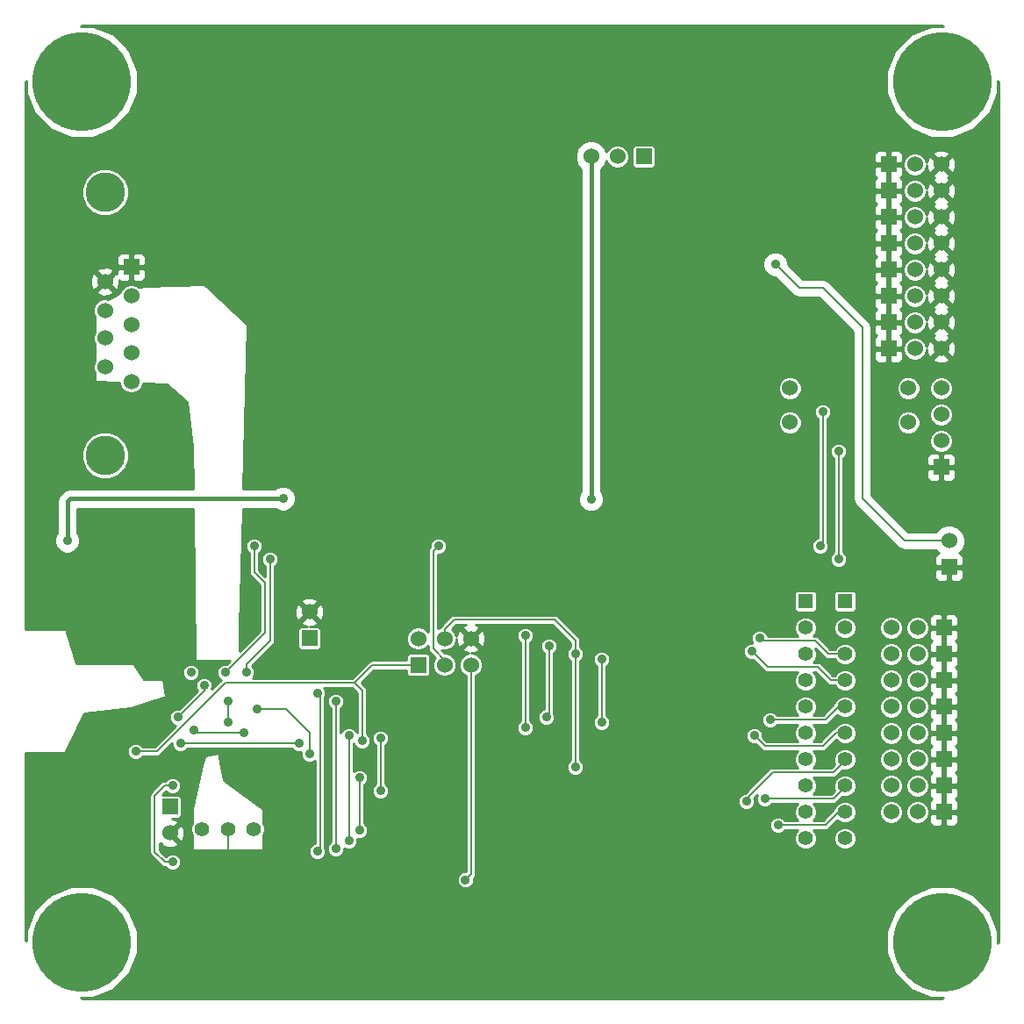
<source format=gbl>
G04 (created by PCBNEW (2013-05-31 BZR 4019)-stable) date 6/28/2014 2:34:58 PM*
%MOIN*%
G04 Gerber Fmt 3.4, Leading zero omitted, Abs format*
%FSLAX34Y34*%
G01*
G70*
G90*
G04 APERTURE LIST*
%ADD10C,0.00590551*%
%ADD11C,0.055*%
%ADD12R,0.06X0.06*%
%ADD13C,0.06*%
%ADD14R,0.055X0.055*%
%ADD15C,0.15*%
%ADD16C,0.375*%
%ADD17C,0.035*%
%ADD18C,0.008*%
%ADD19C,0.015*%
%ADD20C,0.01*%
G04 APERTURE END LIST*
G54D10*
G54D11*
X37916Y-48750D03*
X39884Y-48750D03*
X38900Y-48750D03*
G54D12*
X54700Y-23200D03*
G54D13*
X53700Y-23200D03*
X52700Y-23200D03*
G54D12*
X66300Y-38800D03*
G54D13*
X66300Y-37800D03*
G54D12*
X36700Y-47900D03*
G54D13*
X36700Y-48900D03*
G54D14*
X60850Y-40100D03*
G54D11*
X60850Y-41100D03*
X60850Y-42100D03*
X60850Y-43100D03*
X60850Y-44100D03*
X60850Y-45100D03*
X60850Y-46100D03*
X60850Y-47100D03*
X60850Y-48100D03*
X60850Y-49100D03*
G54D14*
X62350Y-40100D03*
G54D11*
X62350Y-41100D03*
X62350Y-42100D03*
X62350Y-43100D03*
X62350Y-44100D03*
X62350Y-45100D03*
X62350Y-46100D03*
X62350Y-47100D03*
X62350Y-48100D03*
X62350Y-49100D03*
G54D13*
X60250Y-33300D03*
X64750Y-33300D03*
X60250Y-32000D03*
X64750Y-32000D03*
G54D12*
X66000Y-35000D03*
G54D13*
X66000Y-34000D03*
X66000Y-33000D03*
X66000Y-32000D03*
G54D12*
X66100Y-41100D03*
G54D13*
X65100Y-41100D03*
X64100Y-41100D03*
G54D12*
X66100Y-42100D03*
G54D13*
X65100Y-42100D03*
X64100Y-42100D03*
G54D12*
X66100Y-43100D03*
G54D13*
X65100Y-43100D03*
X64100Y-43100D03*
G54D12*
X66100Y-44100D03*
G54D13*
X65100Y-44100D03*
X64100Y-44100D03*
G54D12*
X66100Y-45100D03*
G54D13*
X65100Y-45100D03*
X64100Y-45100D03*
G54D12*
X66100Y-46100D03*
G54D13*
X65100Y-46100D03*
X64100Y-46100D03*
G54D12*
X66100Y-47100D03*
G54D13*
X65100Y-47100D03*
X64100Y-47100D03*
G54D12*
X66100Y-48100D03*
G54D13*
X65100Y-48100D03*
X64100Y-48100D03*
G54D12*
X42000Y-41500D03*
G54D13*
X42000Y-40500D03*
G54D12*
X64000Y-23500D03*
G54D13*
X65000Y-23500D03*
X66000Y-23500D03*
G54D12*
X64000Y-24500D03*
G54D13*
X65000Y-24500D03*
X66000Y-24500D03*
G54D12*
X64000Y-25500D03*
G54D13*
X65000Y-25500D03*
X66000Y-25500D03*
G54D12*
X64000Y-26500D03*
G54D13*
X65000Y-26500D03*
X66000Y-26500D03*
G54D12*
X64000Y-27500D03*
G54D13*
X65000Y-27500D03*
X66000Y-27500D03*
G54D12*
X64000Y-28500D03*
G54D13*
X65000Y-28500D03*
X66000Y-28500D03*
G54D12*
X64000Y-29500D03*
G54D13*
X65000Y-29500D03*
X66000Y-29500D03*
G54D12*
X64000Y-30500D03*
G54D13*
X65000Y-30500D03*
X66000Y-30500D03*
G54D15*
X34240Y-24550D03*
X34240Y-34550D03*
G54D12*
X35240Y-27400D03*
G54D13*
X35240Y-28500D03*
X35240Y-29600D03*
X35240Y-30650D03*
X35240Y-31750D03*
X34240Y-31200D03*
X34240Y-30100D03*
X34240Y-29050D03*
X34240Y-27950D03*
G54D16*
X66039Y-53039D03*
X66039Y-20362D03*
X33362Y-20362D03*
X33362Y-53039D03*
G54D12*
X46141Y-42515D03*
G54D13*
X46141Y-41515D03*
X47141Y-42515D03*
X47141Y-41515D03*
X48141Y-42515D03*
X48141Y-41515D03*
G54D17*
X37600Y-45000D03*
X37500Y-42800D03*
X39500Y-45100D03*
X44700Y-45300D03*
X44700Y-47300D03*
X43900Y-46800D03*
X43900Y-48800D03*
X43500Y-49200D03*
X43500Y-45200D03*
X53100Y-44700D03*
X53100Y-42300D03*
X47929Y-50677D03*
X46900Y-38000D03*
X38800Y-42800D03*
X61400Y-38000D03*
X39900Y-38000D03*
X61500Y-32900D03*
X37000Y-44500D03*
X38000Y-43300D03*
X39600Y-42800D03*
X62100Y-38500D03*
X40500Y-38500D03*
X62100Y-34400D03*
X38900Y-44700D03*
X38900Y-43900D03*
X59700Y-27300D03*
X41000Y-36200D03*
X52700Y-36220D03*
X32800Y-37800D03*
X50200Y-41400D03*
X50200Y-44900D03*
X51100Y-41800D03*
X51000Y-44500D03*
X59100Y-41500D03*
X52100Y-46400D03*
X52100Y-42100D03*
X37100Y-45500D03*
X41600Y-45500D03*
X58800Y-42000D03*
X44000Y-45400D03*
X59500Y-44600D03*
X35400Y-45800D03*
X58900Y-45200D03*
X40000Y-44200D03*
X42000Y-45900D03*
X43000Y-49500D03*
X43000Y-43900D03*
X58600Y-47700D03*
X42300Y-49600D03*
X42300Y-43600D03*
X59300Y-47600D03*
X36800Y-47100D03*
X36800Y-50000D03*
X59800Y-48600D03*
X39800Y-41200D03*
X36100Y-38500D03*
X34000Y-39900D03*
X34500Y-38500D03*
X57100Y-22300D03*
X54800Y-26300D03*
X55600Y-25600D03*
X37800Y-45900D03*
X31800Y-46200D03*
X33400Y-45100D03*
X37100Y-41300D03*
X36800Y-43700D03*
X41200Y-46000D03*
X41900Y-48300D03*
X56600Y-47300D03*
X58500Y-46800D03*
G54D18*
X39500Y-45100D02*
X37700Y-45100D01*
X37700Y-45100D02*
X37600Y-45000D01*
X44700Y-45300D02*
X44700Y-47300D01*
X43900Y-48800D02*
X43900Y-46800D01*
X43500Y-49200D02*
X43500Y-45200D01*
X53100Y-42300D02*
X53100Y-44700D01*
X48141Y-42515D02*
X48141Y-50464D01*
X48141Y-50464D02*
X47929Y-50677D01*
X47141Y-42515D02*
X47141Y-42341D01*
X46700Y-38200D02*
X46900Y-38000D01*
X46700Y-41900D02*
X46700Y-38200D01*
X47141Y-42341D02*
X46700Y-41900D01*
X38800Y-42800D02*
X40300Y-41300D01*
X40300Y-39400D02*
X39900Y-39000D01*
X40300Y-41300D02*
X40300Y-39400D01*
X39900Y-39000D02*
X39900Y-38000D01*
X61500Y-37900D02*
X61500Y-32900D01*
X61400Y-38000D02*
X61500Y-37900D01*
X37000Y-44500D02*
X38000Y-43500D01*
X38000Y-43500D02*
X38000Y-43300D01*
X40500Y-41600D02*
X40500Y-38500D01*
X39600Y-42500D02*
X40500Y-41600D01*
X39600Y-42800D02*
X39600Y-42500D01*
X62100Y-38500D02*
X62100Y-34400D01*
X38900Y-44700D02*
X38900Y-43900D01*
X66300Y-37800D02*
X64600Y-37800D01*
X60600Y-28200D02*
X59700Y-27300D01*
X61500Y-28200D02*
X60600Y-28200D01*
X63000Y-29700D02*
X61500Y-28200D01*
X63000Y-36200D02*
X63000Y-29700D01*
X64600Y-37800D02*
X63000Y-36200D01*
G54D19*
X39000Y-36200D02*
X41000Y-36200D01*
X32900Y-36200D02*
X39000Y-36200D01*
X32800Y-37800D02*
X32800Y-36300D01*
X32800Y-36300D02*
X32900Y-36200D01*
X52700Y-23200D02*
X52700Y-36220D01*
G54D18*
X50200Y-44900D02*
X50200Y-41400D01*
X62350Y-41100D02*
X62350Y-41250D01*
X51100Y-44400D02*
X51100Y-41800D01*
X51000Y-44500D02*
X51100Y-44400D01*
X61700Y-42100D02*
X61200Y-41600D01*
X61200Y-41600D02*
X59200Y-41600D01*
X59200Y-41600D02*
X59100Y-41500D01*
X62350Y-42100D02*
X61700Y-42100D01*
X62350Y-42100D02*
X62200Y-42100D01*
X52100Y-42100D02*
X52100Y-41600D01*
X47141Y-41158D02*
X47141Y-41515D01*
X47500Y-40800D02*
X47141Y-41158D01*
X51300Y-40800D02*
X47500Y-40800D01*
X52100Y-41600D02*
X51300Y-40800D01*
X52100Y-46400D02*
X52100Y-42100D01*
X62350Y-43100D02*
X61800Y-43100D01*
X41600Y-45500D02*
X37100Y-45500D01*
X59400Y-42600D02*
X58800Y-42000D01*
X61300Y-42600D02*
X59400Y-42600D01*
X61800Y-43100D02*
X61300Y-42600D01*
X62350Y-43100D02*
X62350Y-43250D01*
X46141Y-42515D02*
X44384Y-42515D01*
X44384Y-42515D02*
X43700Y-43200D01*
X35400Y-45800D02*
X36200Y-45800D01*
X38800Y-43200D02*
X43700Y-43200D01*
X36200Y-45800D02*
X38800Y-43200D01*
X44000Y-43500D02*
X43700Y-43200D01*
X44000Y-45400D02*
X44000Y-43500D01*
X62350Y-44100D02*
X62100Y-44100D01*
X62100Y-44100D02*
X61600Y-44600D01*
X61600Y-44600D02*
X59500Y-44600D01*
X62350Y-44100D02*
X62350Y-44250D01*
X59300Y-45600D02*
X61500Y-45600D01*
X58900Y-45200D02*
X59300Y-45600D01*
X62350Y-45100D02*
X62000Y-45100D01*
X41100Y-44200D02*
X40000Y-44200D01*
X42000Y-45100D02*
X41100Y-44200D01*
X42000Y-45900D02*
X42000Y-45100D01*
X62000Y-45100D02*
X61500Y-45600D01*
X61900Y-46600D02*
X59600Y-46600D01*
X59600Y-46600D02*
X58600Y-47600D01*
X58600Y-47600D02*
X58600Y-47700D01*
X43000Y-49500D02*
X43000Y-43900D01*
X62350Y-46100D02*
X62350Y-46150D01*
X62350Y-46150D02*
X61900Y-46600D01*
X42300Y-49600D02*
X42400Y-49500D01*
X42400Y-43700D02*
X42300Y-43600D01*
X42400Y-43700D02*
X42400Y-49500D01*
X62350Y-47100D02*
X62350Y-47150D01*
X62350Y-47150D02*
X61900Y-47600D01*
X61900Y-47600D02*
X59300Y-47600D01*
X62350Y-47100D02*
X62100Y-47100D01*
X36800Y-50000D02*
X36500Y-50000D01*
X36500Y-47100D02*
X36800Y-47100D01*
X36120Y-47480D02*
X36500Y-47100D01*
X36120Y-49620D02*
X36120Y-47480D01*
X36500Y-50000D02*
X36120Y-49620D01*
X62350Y-48100D02*
X62100Y-48100D01*
X61600Y-48600D02*
X59800Y-48600D01*
X62100Y-48100D02*
X61600Y-48600D01*
X62350Y-48100D02*
X62300Y-48100D01*
X38900Y-48750D02*
X38900Y-49600D01*
G54D10*
G36*
X68176Y-53021D02*
X68164Y-53082D01*
X68164Y-53082D01*
X68164Y-52618D01*
X67841Y-51837D01*
X67244Y-51238D01*
X66900Y-51095D01*
X66900Y-37681D01*
X66808Y-37460D01*
X66640Y-37291D01*
X66554Y-37256D01*
X66554Y-30581D01*
X66554Y-29581D01*
X66554Y-28581D01*
X66554Y-27581D01*
X66554Y-26581D01*
X66554Y-25581D01*
X66554Y-24581D01*
X66554Y-23581D01*
X66543Y-23363D01*
X66481Y-23212D01*
X66385Y-23184D01*
X66315Y-23255D01*
X66315Y-23114D01*
X66287Y-23018D01*
X66081Y-22945D01*
X65863Y-22956D01*
X65712Y-23018D01*
X65684Y-23114D01*
X66000Y-23429D01*
X66315Y-23114D01*
X66315Y-23255D01*
X66070Y-23500D01*
X66385Y-23815D01*
X66481Y-23787D01*
X66554Y-23581D01*
X66554Y-24581D01*
X66543Y-24363D01*
X66481Y-24212D01*
X66385Y-24184D01*
X66315Y-24255D01*
X66315Y-24114D01*
X66287Y-24018D01*
X66239Y-24001D01*
X66287Y-23981D01*
X66315Y-23885D01*
X66000Y-23570D01*
X65929Y-23641D01*
X65929Y-23500D01*
X65614Y-23184D01*
X65518Y-23212D01*
X65448Y-23407D01*
X65381Y-23245D01*
X65255Y-23118D01*
X65089Y-23050D01*
X64910Y-23049D01*
X64745Y-23118D01*
X64618Y-23244D01*
X64550Y-23410D01*
X64550Y-23450D01*
X64550Y-23249D01*
X64549Y-23150D01*
X64511Y-23058D01*
X64441Y-22987D01*
X64349Y-22949D01*
X64112Y-22950D01*
X64050Y-23012D01*
X64050Y-23450D01*
X64487Y-23450D01*
X64550Y-23387D01*
X64550Y-23249D01*
X64550Y-23450D01*
X64549Y-23589D01*
X64618Y-23754D01*
X64744Y-23881D01*
X64910Y-23949D01*
X65089Y-23950D01*
X65254Y-23881D01*
X65381Y-23755D01*
X65449Y-23589D01*
X65449Y-23513D01*
X65456Y-23636D01*
X65518Y-23787D01*
X65614Y-23815D01*
X65929Y-23500D01*
X65929Y-23641D01*
X65684Y-23885D01*
X65712Y-23981D01*
X65760Y-23998D01*
X65712Y-24018D01*
X65684Y-24114D01*
X66000Y-24429D01*
X66315Y-24114D01*
X66315Y-24255D01*
X66070Y-24500D01*
X66385Y-24815D01*
X66481Y-24787D01*
X66554Y-24581D01*
X66554Y-25581D01*
X66543Y-25363D01*
X66481Y-25212D01*
X66385Y-25184D01*
X66315Y-25255D01*
X66315Y-25114D01*
X66287Y-25018D01*
X66239Y-25001D01*
X66287Y-24981D01*
X66315Y-24885D01*
X66000Y-24570D01*
X65929Y-24641D01*
X65929Y-24500D01*
X65614Y-24184D01*
X65518Y-24212D01*
X65448Y-24407D01*
X65381Y-24245D01*
X65255Y-24118D01*
X65089Y-24050D01*
X64910Y-24049D01*
X64745Y-24118D01*
X64618Y-24244D01*
X64550Y-24410D01*
X64550Y-24450D01*
X64550Y-24249D01*
X64549Y-24150D01*
X64511Y-24058D01*
X64453Y-24000D01*
X64511Y-23941D01*
X64549Y-23849D01*
X64550Y-23750D01*
X64550Y-23612D01*
X64487Y-23550D01*
X64050Y-23550D01*
X64050Y-23987D01*
X64062Y-24000D01*
X64050Y-24012D01*
X64050Y-24450D01*
X64487Y-24450D01*
X64550Y-24387D01*
X64550Y-24249D01*
X64550Y-24450D01*
X64549Y-24589D01*
X64618Y-24754D01*
X64744Y-24881D01*
X64910Y-24949D01*
X65089Y-24950D01*
X65254Y-24881D01*
X65381Y-24755D01*
X65449Y-24589D01*
X65449Y-24513D01*
X65456Y-24636D01*
X65518Y-24787D01*
X65614Y-24815D01*
X65929Y-24500D01*
X65929Y-24641D01*
X65684Y-24885D01*
X65712Y-24981D01*
X65760Y-24998D01*
X65712Y-25018D01*
X65684Y-25114D01*
X66000Y-25429D01*
X66315Y-25114D01*
X66315Y-25255D01*
X66070Y-25500D01*
X66385Y-25815D01*
X66481Y-25787D01*
X66554Y-25581D01*
X66554Y-26581D01*
X66543Y-26363D01*
X66481Y-26212D01*
X66385Y-26184D01*
X66315Y-26255D01*
X66315Y-26114D01*
X66287Y-26018D01*
X66239Y-26001D01*
X66287Y-25981D01*
X66315Y-25885D01*
X66000Y-25570D01*
X65929Y-25641D01*
X65929Y-25500D01*
X65614Y-25184D01*
X65518Y-25212D01*
X65448Y-25407D01*
X65381Y-25245D01*
X65255Y-25118D01*
X65089Y-25050D01*
X64910Y-25049D01*
X64745Y-25118D01*
X64618Y-25244D01*
X64550Y-25410D01*
X64550Y-25450D01*
X64550Y-25249D01*
X64549Y-25150D01*
X64511Y-25058D01*
X64453Y-25000D01*
X64511Y-24941D01*
X64549Y-24849D01*
X64550Y-24750D01*
X64550Y-24612D01*
X64487Y-24550D01*
X64050Y-24550D01*
X64050Y-24987D01*
X64062Y-25000D01*
X64050Y-25012D01*
X64050Y-25450D01*
X64487Y-25450D01*
X64550Y-25387D01*
X64550Y-25249D01*
X64550Y-25450D01*
X64549Y-25589D01*
X64618Y-25754D01*
X64744Y-25881D01*
X64910Y-25949D01*
X65089Y-25950D01*
X65254Y-25881D01*
X65381Y-25755D01*
X65449Y-25589D01*
X65449Y-25513D01*
X65456Y-25636D01*
X65518Y-25787D01*
X65614Y-25815D01*
X65929Y-25500D01*
X65929Y-25641D01*
X65684Y-25885D01*
X65712Y-25981D01*
X65760Y-25998D01*
X65712Y-26018D01*
X65684Y-26114D01*
X66000Y-26429D01*
X66315Y-26114D01*
X66315Y-26255D01*
X66070Y-26500D01*
X66385Y-26815D01*
X66481Y-26787D01*
X66554Y-26581D01*
X66554Y-27581D01*
X66543Y-27363D01*
X66481Y-27212D01*
X66385Y-27184D01*
X66315Y-27255D01*
X66315Y-27114D01*
X66287Y-27018D01*
X66239Y-27001D01*
X66287Y-26981D01*
X66315Y-26885D01*
X66000Y-26570D01*
X65929Y-26641D01*
X65929Y-26500D01*
X65614Y-26184D01*
X65518Y-26212D01*
X65448Y-26407D01*
X65381Y-26245D01*
X65255Y-26118D01*
X65089Y-26050D01*
X64910Y-26049D01*
X64745Y-26118D01*
X64618Y-26244D01*
X64550Y-26410D01*
X64550Y-26450D01*
X64550Y-26249D01*
X64549Y-26150D01*
X64511Y-26058D01*
X64453Y-26000D01*
X64511Y-25941D01*
X64549Y-25849D01*
X64550Y-25750D01*
X64550Y-25612D01*
X64487Y-25550D01*
X64050Y-25550D01*
X64050Y-25987D01*
X64062Y-26000D01*
X64050Y-26012D01*
X64050Y-26450D01*
X64487Y-26450D01*
X64550Y-26387D01*
X64550Y-26249D01*
X64550Y-26450D01*
X64549Y-26589D01*
X64618Y-26754D01*
X64744Y-26881D01*
X64910Y-26949D01*
X65089Y-26950D01*
X65254Y-26881D01*
X65381Y-26755D01*
X65449Y-26589D01*
X65449Y-26513D01*
X65456Y-26636D01*
X65518Y-26787D01*
X65614Y-26815D01*
X65929Y-26500D01*
X65929Y-26641D01*
X65684Y-26885D01*
X65712Y-26981D01*
X65760Y-26998D01*
X65712Y-27018D01*
X65684Y-27114D01*
X66000Y-27429D01*
X66315Y-27114D01*
X66315Y-27255D01*
X66070Y-27500D01*
X66385Y-27815D01*
X66481Y-27787D01*
X66554Y-27581D01*
X66554Y-28581D01*
X66543Y-28363D01*
X66481Y-28212D01*
X66385Y-28184D01*
X66315Y-28255D01*
X66315Y-28114D01*
X66287Y-28018D01*
X66239Y-28001D01*
X66287Y-27981D01*
X66315Y-27885D01*
X66000Y-27570D01*
X65929Y-27641D01*
X65929Y-27500D01*
X65614Y-27184D01*
X65518Y-27212D01*
X65448Y-27407D01*
X65381Y-27245D01*
X65255Y-27118D01*
X65089Y-27050D01*
X64910Y-27049D01*
X64745Y-27118D01*
X64618Y-27244D01*
X64550Y-27410D01*
X64550Y-27450D01*
X64550Y-27249D01*
X64549Y-27150D01*
X64511Y-27058D01*
X64453Y-27000D01*
X64511Y-26941D01*
X64549Y-26849D01*
X64550Y-26750D01*
X64550Y-26612D01*
X64487Y-26550D01*
X64050Y-26550D01*
X64050Y-26987D01*
X64062Y-27000D01*
X64050Y-27012D01*
X64050Y-27450D01*
X64487Y-27450D01*
X64550Y-27387D01*
X64550Y-27249D01*
X64550Y-27450D01*
X64549Y-27589D01*
X64618Y-27754D01*
X64744Y-27881D01*
X64910Y-27949D01*
X65089Y-27950D01*
X65254Y-27881D01*
X65381Y-27755D01*
X65449Y-27589D01*
X65449Y-27513D01*
X65456Y-27636D01*
X65518Y-27787D01*
X65614Y-27815D01*
X65929Y-27500D01*
X65929Y-27641D01*
X65684Y-27885D01*
X65712Y-27981D01*
X65760Y-27998D01*
X65712Y-28018D01*
X65684Y-28114D01*
X66000Y-28429D01*
X66315Y-28114D01*
X66315Y-28255D01*
X66070Y-28500D01*
X66385Y-28815D01*
X66481Y-28787D01*
X66554Y-28581D01*
X66554Y-29581D01*
X66543Y-29363D01*
X66481Y-29212D01*
X66385Y-29184D01*
X66315Y-29255D01*
X66315Y-29114D01*
X66287Y-29018D01*
X66239Y-29001D01*
X66287Y-28981D01*
X66315Y-28885D01*
X66000Y-28570D01*
X65929Y-28641D01*
X65929Y-28500D01*
X65614Y-28184D01*
X65518Y-28212D01*
X65448Y-28407D01*
X65381Y-28245D01*
X65255Y-28118D01*
X65089Y-28050D01*
X64910Y-28049D01*
X64745Y-28118D01*
X64618Y-28244D01*
X64550Y-28410D01*
X64550Y-28450D01*
X64550Y-28249D01*
X64549Y-28150D01*
X64511Y-28058D01*
X64453Y-28000D01*
X64511Y-27941D01*
X64549Y-27849D01*
X64550Y-27750D01*
X64550Y-27612D01*
X64487Y-27550D01*
X64050Y-27550D01*
X64050Y-27987D01*
X64062Y-28000D01*
X64050Y-28012D01*
X64050Y-28450D01*
X64487Y-28450D01*
X64550Y-28387D01*
X64550Y-28249D01*
X64550Y-28450D01*
X64549Y-28589D01*
X64618Y-28754D01*
X64744Y-28881D01*
X64910Y-28949D01*
X65089Y-28950D01*
X65254Y-28881D01*
X65381Y-28755D01*
X65449Y-28589D01*
X65449Y-28513D01*
X65456Y-28636D01*
X65518Y-28787D01*
X65614Y-28815D01*
X65929Y-28500D01*
X65929Y-28641D01*
X65684Y-28885D01*
X65712Y-28981D01*
X65760Y-28998D01*
X65712Y-29018D01*
X65684Y-29114D01*
X66000Y-29429D01*
X66315Y-29114D01*
X66315Y-29255D01*
X66070Y-29500D01*
X66385Y-29815D01*
X66481Y-29787D01*
X66554Y-29581D01*
X66554Y-30581D01*
X66543Y-30363D01*
X66481Y-30212D01*
X66385Y-30184D01*
X66315Y-30255D01*
X66315Y-30114D01*
X66287Y-30018D01*
X66239Y-30001D01*
X66287Y-29981D01*
X66315Y-29885D01*
X66000Y-29570D01*
X65929Y-29641D01*
X65929Y-29500D01*
X65614Y-29184D01*
X65518Y-29212D01*
X65448Y-29407D01*
X65381Y-29245D01*
X65255Y-29118D01*
X65089Y-29050D01*
X64910Y-29049D01*
X64745Y-29118D01*
X64618Y-29244D01*
X64550Y-29410D01*
X64550Y-29450D01*
X64550Y-29249D01*
X64549Y-29150D01*
X64511Y-29058D01*
X64453Y-29000D01*
X64511Y-28941D01*
X64549Y-28849D01*
X64550Y-28750D01*
X64550Y-28612D01*
X64487Y-28550D01*
X64050Y-28550D01*
X64050Y-28987D01*
X64062Y-29000D01*
X64050Y-29012D01*
X64050Y-29450D01*
X64487Y-29450D01*
X64550Y-29387D01*
X64550Y-29249D01*
X64550Y-29450D01*
X64549Y-29589D01*
X64618Y-29754D01*
X64744Y-29881D01*
X64910Y-29949D01*
X65089Y-29950D01*
X65254Y-29881D01*
X65381Y-29755D01*
X65449Y-29589D01*
X65449Y-29513D01*
X65456Y-29636D01*
X65518Y-29787D01*
X65614Y-29815D01*
X65929Y-29500D01*
X65929Y-29641D01*
X65684Y-29885D01*
X65712Y-29981D01*
X65760Y-29998D01*
X65712Y-30018D01*
X65684Y-30114D01*
X66000Y-30429D01*
X66315Y-30114D01*
X66315Y-30255D01*
X66070Y-30500D01*
X66385Y-30815D01*
X66481Y-30787D01*
X66554Y-30581D01*
X66554Y-37256D01*
X66550Y-37254D01*
X66550Y-35250D01*
X66550Y-34749D01*
X66549Y-34650D01*
X66511Y-34558D01*
X66450Y-34496D01*
X66450Y-33910D01*
X66450Y-32910D01*
X66450Y-31910D01*
X66381Y-31745D01*
X66315Y-31678D01*
X66315Y-30885D01*
X66000Y-30570D01*
X65929Y-30641D01*
X65929Y-30500D01*
X65614Y-30184D01*
X65518Y-30212D01*
X65448Y-30407D01*
X65381Y-30245D01*
X65255Y-30118D01*
X65089Y-30050D01*
X64910Y-30049D01*
X64745Y-30118D01*
X64618Y-30244D01*
X64550Y-30410D01*
X64550Y-30450D01*
X64550Y-30249D01*
X64549Y-30150D01*
X64511Y-30058D01*
X64453Y-30000D01*
X64511Y-29941D01*
X64549Y-29849D01*
X64550Y-29750D01*
X64550Y-29612D01*
X64487Y-29550D01*
X64050Y-29550D01*
X64050Y-29987D01*
X64062Y-30000D01*
X64050Y-30012D01*
X64050Y-30450D01*
X64487Y-30450D01*
X64550Y-30387D01*
X64550Y-30249D01*
X64550Y-30450D01*
X64549Y-30589D01*
X64618Y-30754D01*
X64744Y-30881D01*
X64910Y-30949D01*
X65089Y-30950D01*
X65254Y-30881D01*
X65381Y-30755D01*
X65449Y-30589D01*
X65449Y-30513D01*
X65456Y-30636D01*
X65518Y-30787D01*
X65614Y-30815D01*
X65929Y-30500D01*
X65929Y-30641D01*
X65684Y-30885D01*
X65712Y-30981D01*
X65918Y-31054D01*
X66136Y-31043D01*
X66287Y-30981D01*
X66315Y-30885D01*
X66315Y-31678D01*
X66255Y-31618D01*
X66089Y-31550D01*
X65910Y-31549D01*
X65745Y-31618D01*
X65618Y-31744D01*
X65550Y-31910D01*
X65549Y-32089D01*
X65618Y-32254D01*
X65744Y-32381D01*
X65910Y-32449D01*
X66089Y-32450D01*
X66254Y-32381D01*
X66381Y-32255D01*
X66449Y-32089D01*
X66450Y-31910D01*
X66450Y-32910D01*
X66381Y-32745D01*
X66255Y-32618D01*
X66089Y-32550D01*
X65910Y-32549D01*
X65745Y-32618D01*
X65618Y-32744D01*
X65550Y-32910D01*
X65549Y-33089D01*
X65618Y-33254D01*
X65744Y-33381D01*
X65910Y-33449D01*
X66089Y-33450D01*
X66254Y-33381D01*
X66381Y-33255D01*
X66449Y-33089D01*
X66450Y-32910D01*
X66450Y-33910D01*
X66381Y-33745D01*
X66255Y-33618D01*
X66089Y-33550D01*
X65910Y-33549D01*
X65745Y-33618D01*
X65618Y-33744D01*
X65550Y-33910D01*
X65549Y-34089D01*
X65618Y-34254D01*
X65744Y-34381D01*
X65910Y-34449D01*
X66089Y-34450D01*
X66254Y-34381D01*
X66381Y-34255D01*
X66449Y-34089D01*
X66450Y-33910D01*
X66450Y-34496D01*
X66441Y-34487D01*
X66349Y-34449D01*
X66112Y-34450D01*
X66050Y-34512D01*
X66050Y-34950D01*
X66487Y-34950D01*
X66550Y-34887D01*
X66550Y-34749D01*
X66550Y-35250D01*
X66550Y-35112D01*
X66487Y-35050D01*
X66050Y-35050D01*
X66050Y-35487D01*
X66112Y-35550D01*
X66349Y-35550D01*
X66441Y-35512D01*
X66511Y-35441D01*
X66549Y-35349D01*
X66550Y-35250D01*
X66550Y-37254D01*
X66419Y-37200D01*
X66181Y-37199D01*
X65960Y-37291D01*
X65950Y-37301D01*
X65950Y-35487D01*
X65950Y-35050D01*
X65950Y-34950D01*
X65950Y-34512D01*
X65887Y-34450D01*
X65650Y-34449D01*
X65558Y-34487D01*
X65488Y-34558D01*
X65450Y-34650D01*
X65449Y-34749D01*
X65450Y-34887D01*
X65512Y-34950D01*
X65950Y-34950D01*
X65950Y-35050D01*
X65512Y-35050D01*
X65450Y-35112D01*
X65449Y-35250D01*
X65450Y-35349D01*
X65488Y-35441D01*
X65558Y-35512D01*
X65650Y-35550D01*
X65887Y-35550D01*
X65950Y-35487D01*
X65950Y-37301D01*
X65791Y-37459D01*
X65791Y-37460D01*
X65200Y-37460D01*
X65200Y-33210D01*
X65200Y-31910D01*
X65131Y-31745D01*
X65005Y-31618D01*
X64839Y-31550D01*
X64660Y-31549D01*
X64550Y-31595D01*
X64550Y-30750D01*
X64550Y-30612D01*
X64487Y-30550D01*
X64050Y-30550D01*
X64050Y-30987D01*
X64112Y-31050D01*
X64349Y-31050D01*
X64441Y-31012D01*
X64511Y-30941D01*
X64549Y-30849D01*
X64550Y-30750D01*
X64550Y-31595D01*
X64495Y-31618D01*
X64368Y-31744D01*
X64300Y-31910D01*
X64299Y-32089D01*
X64368Y-32254D01*
X64494Y-32381D01*
X64660Y-32449D01*
X64839Y-32450D01*
X65004Y-32381D01*
X65131Y-32255D01*
X65199Y-32089D01*
X65200Y-31910D01*
X65200Y-33210D01*
X65131Y-33045D01*
X65005Y-32918D01*
X64839Y-32850D01*
X64660Y-32849D01*
X64495Y-32918D01*
X64368Y-33044D01*
X64300Y-33210D01*
X64299Y-33389D01*
X64368Y-33554D01*
X64494Y-33681D01*
X64660Y-33749D01*
X64839Y-33750D01*
X65004Y-33681D01*
X65131Y-33555D01*
X65199Y-33389D01*
X65200Y-33210D01*
X65200Y-37460D01*
X64740Y-37460D01*
X63950Y-36669D01*
X63950Y-30987D01*
X63950Y-30550D01*
X63950Y-30450D01*
X63950Y-30012D01*
X63937Y-30000D01*
X63950Y-29987D01*
X63950Y-29550D01*
X63950Y-29450D01*
X63950Y-29012D01*
X63937Y-29000D01*
X63950Y-28987D01*
X63950Y-28550D01*
X63950Y-28450D01*
X63950Y-28012D01*
X63937Y-28000D01*
X63950Y-27987D01*
X63950Y-27550D01*
X63950Y-27450D01*
X63950Y-27012D01*
X63937Y-27000D01*
X63950Y-26987D01*
X63950Y-26550D01*
X63950Y-26450D01*
X63950Y-26012D01*
X63937Y-26000D01*
X63950Y-25987D01*
X63950Y-25550D01*
X63950Y-25450D01*
X63950Y-25012D01*
X63937Y-25000D01*
X63950Y-24987D01*
X63950Y-24550D01*
X63950Y-24450D01*
X63950Y-24012D01*
X63937Y-24000D01*
X63950Y-23987D01*
X63950Y-23550D01*
X63950Y-23450D01*
X63950Y-23012D01*
X63887Y-22950D01*
X63650Y-22949D01*
X63558Y-22987D01*
X63488Y-23058D01*
X63450Y-23150D01*
X63449Y-23249D01*
X63450Y-23387D01*
X63512Y-23450D01*
X63950Y-23450D01*
X63950Y-23550D01*
X63512Y-23550D01*
X63450Y-23612D01*
X63449Y-23750D01*
X63450Y-23849D01*
X63488Y-23941D01*
X63546Y-24000D01*
X63488Y-24058D01*
X63450Y-24150D01*
X63449Y-24249D01*
X63450Y-24387D01*
X63512Y-24450D01*
X63950Y-24450D01*
X63950Y-24550D01*
X63512Y-24550D01*
X63450Y-24612D01*
X63449Y-24750D01*
X63450Y-24849D01*
X63488Y-24941D01*
X63546Y-25000D01*
X63488Y-25058D01*
X63450Y-25150D01*
X63449Y-25249D01*
X63450Y-25387D01*
X63512Y-25450D01*
X63950Y-25450D01*
X63950Y-25550D01*
X63512Y-25550D01*
X63450Y-25612D01*
X63449Y-25750D01*
X63450Y-25849D01*
X63488Y-25941D01*
X63546Y-26000D01*
X63488Y-26058D01*
X63450Y-26150D01*
X63449Y-26249D01*
X63450Y-26387D01*
X63512Y-26450D01*
X63950Y-26450D01*
X63950Y-26550D01*
X63512Y-26550D01*
X63450Y-26612D01*
X63449Y-26750D01*
X63450Y-26849D01*
X63488Y-26941D01*
X63546Y-27000D01*
X63488Y-27058D01*
X63450Y-27150D01*
X63449Y-27249D01*
X63450Y-27387D01*
X63512Y-27450D01*
X63950Y-27450D01*
X63950Y-27550D01*
X63512Y-27550D01*
X63450Y-27612D01*
X63449Y-27750D01*
X63450Y-27849D01*
X63488Y-27941D01*
X63546Y-28000D01*
X63488Y-28058D01*
X63450Y-28150D01*
X63449Y-28249D01*
X63450Y-28387D01*
X63512Y-28450D01*
X63950Y-28450D01*
X63950Y-28550D01*
X63512Y-28550D01*
X63450Y-28612D01*
X63449Y-28750D01*
X63450Y-28849D01*
X63488Y-28941D01*
X63546Y-29000D01*
X63488Y-29058D01*
X63450Y-29150D01*
X63449Y-29249D01*
X63450Y-29387D01*
X63512Y-29450D01*
X63950Y-29450D01*
X63950Y-29550D01*
X63512Y-29550D01*
X63450Y-29612D01*
X63449Y-29750D01*
X63450Y-29849D01*
X63488Y-29941D01*
X63546Y-30000D01*
X63488Y-30058D01*
X63450Y-30150D01*
X63449Y-30249D01*
X63450Y-30387D01*
X63512Y-30450D01*
X63950Y-30450D01*
X63950Y-30550D01*
X63512Y-30550D01*
X63450Y-30612D01*
X63449Y-30750D01*
X63450Y-30849D01*
X63488Y-30941D01*
X63558Y-31012D01*
X63650Y-31050D01*
X63887Y-31050D01*
X63950Y-30987D01*
X63950Y-36669D01*
X63340Y-36059D01*
X63340Y-29700D01*
X63314Y-29569D01*
X63314Y-29569D01*
X63289Y-29533D01*
X63240Y-29459D01*
X63240Y-29459D01*
X61740Y-27959D01*
X61630Y-27885D01*
X61500Y-27860D01*
X60740Y-27860D01*
X60175Y-27294D01*
X60175Y-27205D01*
X60102Y-27031D01*
X59969Y-26897D01*
X59794Y-26825D01*
X59605Y-26824D01*
X59431Y-26897D01*
X59297Y-27030D01*
X59225Y-27205D01*
X59224Y-27394D01*
X59297Y-27568D01*
X59430Y-27702D01*
X59605Y-27774D01*
X59694Y-27774D01*
X60359Y-28440D01*
X60359Y-28440D01*
X60469Y-28514D01*
X60469Y-28514D01*
X60491Y-28518D01*
X60600Y-28540D01*
X61359Y-28540D01*
X62660Y-29840D01*
X62660Y-36200D01*
X62685Y-36330D01*
X62759Y-36440D01*
X64359Y-38040D01*
X64359Y-38040D01*
X64433Y-38089D01*
X64469Y-38114D01*
X64469Y-38114D01*
X64599Y-38139D01*
X64600Y-38140D01*
X65791Y-38140D01*
X65915Y-38264D01*
X65858Y-38288D01*
X65787Y-38358D01*
X65749Y-38450D01*
X65750Y-38687D01*
X65812Y-38750D01*
X66250Y-38750D01*
X66250Y-38742D01*
X66350Y-38742D01*
X66350Y-38750D01*
X66787Y-38750D01*
X66850Y-38687D01*
X66850Y-38450D01*
X66812Y-38358D01*
X66741Y-38288D01*
X66684Y-38264D01*
X66808Y-38140D01*
X66899Y-37919D01*
X66900Y-37681D01*
X66900Y-51095D01*
X66850Y-51075D01*
X66850Y-39149D01*
X66850Y-38912D01*
X66787Y-38850D01*
X66350Y-38850D01*
X66350Y-39287D01*
X66412Y-39350D01*
X66550Y-39350D01*
X66649Y-39349D01*
X66741Y-39311D01*
X66812Y-39241D01*
X66850Y-39149D01*
X66850Y-51075D01*
X66650Y-50992D01*
X66650Y-48350D01*
X66650Y-47849D01*
X66649Y-47750D01*
X66611Y-47658D01*
X66553Y-47600D01*
X66611Y-47541D01*
X66649Y-47449D01*
X66650Y-47350D01*
X66650Y-46849D01*
X66649Y-46750D01*
X66611Y-46658D01*
X66553Y-46600D01*
X66611Y-46541D01*
X66649Y-46449D01*
X66650Y-46350D01*
X66650Y-45849D01*
X66649Y-45750D01*
X66611Y-45658D01*
X66553Y-45600D01*
X66611Y-45541D01*
X66649Y-45449D01*
X66650Y-45350D01*
X66650Y-44849D01*
X66649Y-44750D01*
X66611Y-44658D01*
X66553Y-44600D01*
X66611Y-44541D01*
X66649Y-44449D01*
X66650Y-44350D01*
X66650Y-43849D01*
X66649Y-43750D01*
X66611Y-43658D01*
X66553Y-43600D01*
X66611Y-43541D01*
X66649Y-43449D01*
X66650Y-43350D01*
X66650Y-42849D01*
X66649Y-42750D01*
X66611Y-42658D01*
X66553Y-42600D01*
X66611Y-42541D01*
X66649Y-42449D01*
X66650Y-42350D01*
X66650Y-41849D01*
X66649Y-41750D01*
X66611Y-41658D01*
X66553Y-41600D01*
X66611Y-41541D01*
X66649Y-41449D01*
X66650Y-41350D01*
X66650Y-40849D01*
X66649Y-40750D01*
X66611Y-40658D01*
X66541Y-40587D01*
X66449Y-40549D01*
X66250Y-40549D01*
X66250Y-39287D01*
X66250Y-38850D01*
X65812Y-38850D01*
X65750Y-38912D01*
X65749Y-39149D01*
X65787Y-39241D01*
X65858Y-39311D01*
X65950Y-39349D01*
X66049Y-39350D01*
X66187Y-39350D01*
X66250Y-39287D01*
X66250Y-40549D01*
X66212Y-40550D01*
X66150Y-40612D01*
X66150Y-41050D01*
X66587Y-41050D01*
X66650Y-40987D01*
X66650Y-40849D01*
X66650Y-41350D01*
X66650Y-41212D01*
X66587Y-41150D01*
X66150Y-41150D01*
X66150Y-41587D01*
X66162Y-41600D01*
X66150Y-41612D01*
X66150Y-42050D01*
X66587Y-42050D01*
X66650Y-41987D01*
X66650Y-41849D01*
X66650Y-42350D01*
X66650Y-42212D01*
X66587Y-42150D01*
X66150Y-42150D01*
X66150Y-42587D01*
X66162Y-42600D01*
X66150Y-42612D01*
X66150Y-43050D01*
X66587Y-43050D01*
X66650Y-42987D01*
X66650Y-42849D01*
X66650Y-43350D01*
X66650Y-43212D01*
X66587Y-43150D01*
X66150Y-43150D01*
X66150Y-43587D01*
X66162Y-43600D01*
X66150Y-43612D01*
X66150Y-44050D01*
X66587Y-44050D01*
X66650Y-43987D01*
X66650Y-43849D01*
X66650Y-44350D01*
X66650Y-44212D01*
X66587Y-44150D01*
X66150Y-44150D01*
X66150Y-44587D01*
X66162Y-44600D01*
X66150Y-44612D01*
X66150Y-45050D01*
X66587Y-45050D01*
X66650Y-44987D01*
X66650Y-44849D01*
X66650Y-45350D01*
X66650Y-45212D01*
X66587Y-45150D01*
X66150Y-45150D01*
X66150Y-45587D01*
X66162Y-45600D01*
X66150Y-45612D01*
X66150Y-46050D01*
X66587Y-46050D01*
X66650Y-45987D01*
X66650Y-45849D01*
X66650Y-46350D01*
X66650Y-46212D01*
X66587Y-46150D01*
X66150Y-46150D01*
X66150Y-46587D01*
X66162Y-46600D01*
X66150Y-46612D01*
X66150Y-47050D01*
X66587Y-47050D01*
X66650Y-46987D01*
X66650Y-46849D01*
X66650Y-47350D01*
X66650Y-47212D01*
X66587Y-47150D01*
X66150Y-47150D01*
X66150Y-47587D01*
X66162Y-47600D01*
X66150Y-47612D01*
X66150Y-48050D01*
X66587Y-48050D01*
X66650Y-47987D01*
X66650Y-47849D01*
X66650Y-48350D01*
X66650Y-48212D01*
X66587Y-48150D01*
X66150Y-48150D01*
X66150Y-48587D01*
X66212Y-48650D01*
X66449Y-48650D01*
X66541Y-48612D01*
X66611Y-48541D01*
X66649Y-48449D01*
X66650Y-48350D01*
X66650Y-50992D01*
X66463Y-50914D01*
X66050Y-50914D01*
X66050Y-48587D01*
X66050Y-48150D01*
X66050Y-48050D01*
X66050Y-47612D01*
X66037Y-47600D01*
X66050Y-47587D01*
X66050Y-47150D01*
X66050Y-47050D01*
X66050Y-46612D01*
X66037Y-46600D01*
X66050Y-46587D01*
X66050Y-46150D01*
X66050Y-46050D01*
X66050Y-45612D01*
X66037Y-45600D01*
X66050Y-45587D01*
X66050Y-45150D01*
X66050Y-45050D01*
X66050Y-44612D01*
X66037Y-44600D01*
X66050Y-44587D01*
X66050Y-44150D01*
X66050Y-44050D01*
X66050Y-43612D01*
X66037Y-43600D01*
X66050Y-43587D01*
X66050Y-43150D01*
X66050Y-43050D01*
X66050Y-42612D01*
X66037Y-42600D01*
X66050Y-42587D01*
X66050Y-42150D01*
X66050Y-42050D01*
X66050Y-41612D01*
X66037Y-41600D01*
X66050Y-41587D01*
X66050Y-41150D01*
X66050Y-41050D01*
X66050Y-40612D01*
X65987Y-40550D01*
X65750Y-40549D01*
X65658Y-40587D01*
X65588Y-40658D01*
X65550Y-40750D01*
X65549Y-40849D01*
X65550Y-40987D01*
X65612Y-41050D01*
X66050Y-41050D01*
X66050Y-41150D01*
X65612Y-41150D01*
X65550Y-41212D01*
X65550Y-41010D01*
X65481Y-40845D01*
X65355Y-40718D01*
X65189Y-40650D01*
X65010Y-40649D01*
X64845Y-40718D01*
X64718Y-40844D01*
X64650Y-41010D01*
X64649Y-41189D01*
X64718Y-41354D01*
X64844Y-41481D01*
X65010Y-41549D01*
X65189Y-41550D01*
X65354Y-41481D01*
X65481Y-41355D01*
X65549Y-41189D01*
X65550Y-41010D01*
X65550Y-41212D01*
X65550Y-41212D01*
X65549Y-41350D01*
X65550Y-41449D01*
X65588Y-41541D01*
X65646Y-41600D01*
X65588Y-41658D01*
X65550Y-41750D01*
X65549Y-41849D01*
X65550Y-41987D01*
X65612Y-42050D01*
X66050Y-42050D01*
X66050Y-42150D01*
X65612Y-42150D01*
X65550Y-42212D01*
X65550Y-42010D01*
X65481Y-41845D01*
X65355Y-41718D01*
X65189Y-41650D01*
X65010Y-41649D01*
X64845Y-41718D01*
X64718Y-41844D01*
X64650Y-42010D01*
X64649Y-42189D01*
X64718Y-42354D01*
X64844Y-42481D01*
X65010Y-42549D01*
X65189Y-42550D01*
X65354Y-42481D01*
X65481Y-42355D01*
X65549Y-42189D01*
X65550Y-42010D01*
X65550Y-42212D01*
X65550Y-42212D01*
X65549Y-42350D01*
X65550Y-42449D01*
X65588Y-42541D01*
X65646Y-42600D01*
X65588Y-42658D01*
X65550Y-42750D01*
X65549Y-42849D01*
X65550Y-42987D01*
X65612Y-43050D01*
X66050Y-43050D01*
X66050Y-43150D01*
X65612Y-43150D01*
X65550Y-43212D01*
X65550Y-43010D01*
X65481Y-42845D01*
X65355Y-42718D01*
X65189Y-42650D01*
X65010Y-42649D01*
X64845Y-42718D01*
X64718Y-42844D01*
X64650Y-43010D01*
X64649Y-43189D01*
X64718Y-43354D01*
X64844Y-43481D01*
X65010Y-43549D01*
X65189Y-43550D01*
X65354Y-43481D01*
X65481Y-43355D01*
X65549Y-43189D01*
X65550Y-43010D01*
X65550Y-43212D01*
X65550Y-43212D01*
X65549Y-43350D01*
X65550Y-43449D01*
X65588Y-43541D01*
X65646Y-43600D01*
X65588Y-43658D01*
X65550Y-43750D01*
X65549Y-43849D01*
X65550Y-43987D01*
X65612Y-44050D01*
X66050Y-44050D01*
X66050Y-44150D01*
X65612Y-44150D01*
X65550Y-44212D01*
X65550Y-44010D01*
X65481Y-43845D01*
X65355Y-43718D01*
X65189Y-43650D01*
X65010Y-43649D01*
X64845Y-43718D01*
X64718Y-43844D01*
X64650Y-44010D01*
X64649Y-44189D01*
X64718Y-44354D01*
X64844Y-44481D01*
X65010Y-44549D01*
X65189Y-44550D01*
X65354Y-44481D01*
X65481Y-44355D01*
X65549Y-44189D01*
X65550Y-44010D01*
X65550Y-44212D01*
X65550Y-44212D01*
X65549Y-44350D01*
X65550Y-44449D01*
X65588Y-44541D01*
X65646Y-44600D01*
X65588Y-44658D01*
X65550Y-44750D01*
X65549Y-44849D01*
X65550Y-44987D01*
X65612Y-45050D01*
X66050Y-45050D01*
X66050Y-45150D01*
X65612Y-45150D01*
X65550Y-45212D01*
X65550Y-45010D01*
X65481Y-44845D01*
X65355Y-44718D01*
X65189Y-44650D01*
X65010Y-44649D01*
X64845Y-44718D01*
X64718Y-44844D01*
X64650Y-45010D01*
X64649Y-45189D01*
X64718Y-45354D01*
X64844Y-45481D01*
X65010Y-45549D01*
X65189Y-45550D01*
X65354Y-45481D01*
X65481Y-45355D01*
X65549Y-45189D01*
X65550Y-45010D01*
X65550Y-45212D01*
X65550Y-45212D01*
X65549Y-45350D01*
X65550Y-45449D01*
X65588Y-45541D01*
X65646Y-45600D01*
X65588Y-45658D01*
X65550Y-45750D01*
X65549Y-45849D01*
X65550Y-45987D01*
X65612Y-46050D01*
X66050Y-46050D01*
X66050Y-46150D01*
X65612Y-46150D01*
X65550Y-46212D01*
X65550Y-46010D01*
X65481Y-45845D01*
X65355Y-45718D01*
X65189Y-45650D01*
X65010Y-45649D01*
X64845Y-45718D01*
X64718Y-45844D01*
X64650Y-46010D01*
X64649Y-46189D01*
X64718Y-46354D01*
X64844Y-46481D01*
X65010Y-46549D01*
X65189Y-46550D01*
X65354Y-46481D01*
X65481Y-46355D01*
X65549Y-46189D01*
X65550Y-46010D01*
X65550Y-46212D01*
X65550Y-46212D01*
X65549Y-46350D01*
X65550Y-46449D01*
X65588Y-46541D01*
X65646Y-46600D01*
X65588Y-46658D01*
X65550Y-46750D01*
X65549Y-46849D01*
X65550Y-46987D01*
X65612Y-47050D01*
X66050Y-47050D01*
X66050Y-47150D01*
X65612Y-47150D01*
X65550Y-47212D01*
X65550Y-47010D01*
X65481Y-46845D01*
X65355Y-46718D01*
X65189Y-46650D01*
X65010Y-46649D01*
X64845Y-46718D01*
X64718Y-46844D01*
X64650Y-47010D01*
X64649Y-47189D01*
X64718Y-47354D01*
X64844Y-47481D01*
X65010Y-47549D01*
X65189Y-47550D01*
X65354Y-47481D01*
X65481Y-47355D01*
X65549Y-47189D01*
X65550Y-47010D01*
X65550Y-47212D01*
X65550Y-47212D01*
X65549Y-47350D01*
X65550Y-47449D01*
X65588Y-47541D01*
X65646Y-47600D01*
X65588Y-47658D01*
X65550Y-47750D01*
X65549Y-47849D01*
X65550Y-47987D01*
X65612Y-48050D01*
X66050Y-48050D01*
X66050Y-48150D01*
X65612Y-48150D01*
X65550Y-48212D01*
X65550Y-48010D01*
X65481Y-47845D01*
X65355Y-47718D01*
X65189Y-47650D01*
X65010Y-47649D01*
X64845Y-47718D01*
X64718Y-47844D01*
X64650Y-48010D01*
X64649Y-48189D01*
X64718Y-48354D01*
X64844Y-48481D01*
X65010Y-48549D01*
X65189Y-48550D01*
X65354Y-48481D01*
X65481Y-48355D01*
X65549Y-48189D01*
X65550Y-48010D01*
X65550Y-48212D01*
X65550Y-48212D01*
X65549Y-48350D01*
X65550Y-48449D01*
X65588Y-48541D01*
X65658Y-48612D01*
X65750Y-48650D01*
X65987Y-48650D01*
X66050Y-48587D01*
X66050Y-50914D01*
X65618Y-50914D01*
X64837Y-51236D01*
X64550Y-51523D01*
X64550Y-48010D01*
X64550Y-47010D01*
X64550Y-46010D01*
X64550Y-45010D01*
X64550Y-44010D01*
X64550Y-43010D01*
X64550Y-42010D01*
X64550Y-41010D01*
X64481Y-40845D01*
X64355Y-40718D01*
X64189Y-40650D01*
X64010Y-40649D01*
X63845Y-40718D01*
X63718Y-40844D01*
X63650Y-41010D01*
X63649Y-41189D01*
X63718Y-41354D01*
X63844Y-41481D01*
X64010Y-41549D01*
X64189Y-41550D01*
X64354Y-41481D01*
X64481Y-41355D01*
X64549Y-41189D01*
X64550Y-41010D01*
X64550Y-42010D01*
X64481Y-41845D01*
X64355Y-41718D01*
X64189Y-41650D01*
X64010Y-41649D01*
X63845Y-41718D01*
X63718Y-41844D01*
X63650Y-42010D01*
X63649Y-42189D01*
X63718Y-42354D01*
X63844Y-42481D01*
X64010Y-42549D01*
X64189Y-42550D01*
X64354Y-42481D01*
X64481Y-42355D01*
X64549Y-42189D01*
X64550Y-42010D01*
X64550Y-43010D01*
X64481Y-42845D01*
X64355Y-42718D01*
X64189Y-42650D01*
X64010Y-42649D01*
X63845Y-42718D01*
X63718Y-42844D01*
X63650Y-43010D01*
X63649Y-43189D01*
X63718Y-43354D01*
X63844Y-43481D01*
X64010Y-43549D01*
X64189Y-43550D01*
X64354Y-43481D01*
X64481Y-43355D01*
X64549Y-43189D01*
X64550Y-43010D01*
X64550Y-44010D01*
X64481Y-43845D01*
X64355Y-43718D01*
X64189Y-43650D01*
X64010Y-43649D01*
X63845Y-43718D01*
X63718Y-43844D01*
X63650Y-44010D01*
X63649Y-44189D01*
X63718Y-44354D01*
X63844Y-44481D01*
X64010Y-44549D01*
X64189Y-44550D01*
X64354Y-44481D01*
X64481Y-44355D01*
X64549Y-44189D01*
X64550Y-44010D01*
X64550Y-45010D01*
X64481Y-44845D01*
X64355Y-44718D01*
X64189Y-44650D01*
X64010Y-44649D01*
X63845Y-44718D01*
X63718Y-44844D01*
X63650Y-45010D01*
X63649Y-45189D01*
X63718Y-45354D01*
X63844Y-45481D01*
X64010Y-45549D01*
X64189Y-45550D01*
X64354Y-45481D01*
X64481Y-45355D01*
X64549Y-45189D01*
X64550Y-45010D01*
X64550Y-46010D01*
X64481Y-45845D01*
X64355Y-45718D01*
X64189Y-45650D01*
X64010Y-45649D01*
X63845Y-45718D01*
X63718Y-45844D01*
X63650Y-46010D01*
X63649Y-46189D01*
X63718Y-46354D01*
X63844Y-46481D01*
X64010Y-46549D01*
X64189Y-46550D01*
X64354Y-46481D01*
X64481Y-46355D01*
X64549Y-46189D01*
X64550Y-46010D01*
X64550Y-47010D01*
X64481Y-46845D01*
X64355Y-46718D01*
X64189Y-46650D01*
X64010Y-46649D01*
X63845Y-46718D01*
X63718Y-46844D01*
X63650Y-47010D01*
X63649Y-47189D01*
X63718Y-47354D01*
X63844Y-47481D01*
X64010Y-47549D01*
X64189Y-47550D01*
X64354Y-47481D01*
X64481Y-47355D01*
X64549Y-47189D01*
X64550Y-47010D01*
X64550Y-48010D01*
X64481Y-47845D01*
X64355Y-47718D01*
X64189Y-47650D01*
X64010Y-47649D01*
X63845Y-47718D01*
X63718Y-47844D01*
X63650Y-48010D01*
X63649Y-48189D01*
X63718Y-48354D01*
X63844Y-48481D01*
X64010Y-48549D01*
X64189Y-48550D01*
X64354Y-48481D01*
X64481Y-48355D01*
X64549Y-48189D01*
X64550Y-48010D01*
X64550Y-51523D01*
X64238Y-51834D01*
X63914Y-52614D01*
X63914Y-53460D01*
X64236Y-54241D01*
X64834Y-54839D01*
X65614Y-55164D01*
X66078Y-55164D01*
X66017Y-55176D01*
X62775Y-55176D01*
X62775Y-49015D01*
X62775Y-48015D01*
X62710Y-47859D01*
X62591Y-47739D01*
X62434Y-47675D01*
X62265Y-47674D01*
X62109Y-47739D01*
X61989Y-47858D01*
X61931Y-47999D01*
X61521Y-48410D01*
X61141Y-48410D01*
X61210Y-48341D01*
X61274Y-48184D01*
X61275Y-48015D01*
X61210Y-47859D01*
X61141Y-47790D01*
X61900Y-47790D01*
X61972Y-47775D01*
X62034Y-47734D01*
X62250Y-47518D01*
X62265Y-47524D01*
X62434Y-47525D01*
X62590Y-47460D01*
X62710Y-47341D01*
X62774Y-47184D01*
X62775Y-47015D01*
X62710Y-46859D01*
X62591Y-46739D01*
X62434Y-46675D01*
X62265Y-46674D01*
X62109Y-46739D01*
X61989Y-46858D01*
X61925Y-47015D01*
X61925Y-47026D01*
X61924Y-47027D01*
X61910Y-47100D01*
X61924Y-47172D01*
X61924Y-47173D01*
X61924Y-47184D01*
X61960Y-47270D01*
X61821Y-47410D01*
X61141Y-47410D01*
X61210Y-47341D01*
X61274Y-47184D01*
X61275Y-47015D01*
X61210Y-46859D01*
X61141Y-46790D01*
X61900Y-46790D01*
X61972Y-46775D01*
X62034Y-46734D01*
X62250Y-46518D01*
X62265Y-46524D01*
X62434Y-46525D01*
X62590Y-46460D01*
X62710Y-46341D01*
X62774Y-46184D01*
X62775Y-46015D01*
X62710Y-45859D01*
X62591Y-45739D01*
X62434Y-45675D01*
X62265Y-45674D01*
X62109Y-45739D01*
X61989Y-45858D01*
X61925Y-46015D01*
X61924Y-46184D01*
X61960Y-46270D01*
X61821Y-46410D01*
X61141Y-46410D01*
X61210Y-46341D01*
X61274Y-46184D01*
X61275Y-46015D01*
X61210Y-45859D01*
X61141Y-45790D01*
X61500Y-45790D01*
X61572Y-45775D01*
X61634Y-45734D01*
X62008Y-45359D01*
X62108Y-45460D01*
X62265Y-45524D01*
X62434Y-45525D01*
X62590Y-45460D01*
X62710Y-45341D01*
X62774Y-45184D01*
X62775Y-45015D01*
X62710Y-44859D01*
X62591Y-44739D01*
X62434Y-44675D01*
X62265Y-44674D01*
X62109Y-44739D01*
X61989Y-44858D01*
X61965Y-44916D01*
X61927Y-44924D01*
X61865Y-44965D01*
X61421Y-45410D01*
X61141Y-45410D01*
X61210Y-45341D01*
X61274Y-45184D01*
X61275Y-45015D01*
X61210Y-44859D01*
X61141Y-44790D01*
X61600Y-44790D01*
X61672Y-44775D01*
X61734Y-44734D01*
X62058Y-44409D01*
X62108Y-44460D01*
X62265Y-44524D01*
X62434Y-44525D01*
X62590Y-44460D01*
X62710Y-44341D01*
X62774Y-44184D01*
X62775Y-44015D01*
X62775Y-43015D01*
X62710Y-42859D01*
X62591Y-42739D01*
X62434Y-42675D01*
X62265Y-42674D01*
X62109Y-42739D01*
X61989Y-42858D01*
X61968Y-42910D01*
X61878Y-42910D01*
X61434Y-42465D01*
X61372Y-42424D01*
X61300Y-42410D01*
X61141Y-42410D01*
X61210Y-42341D01*
X61274Y-42184D01*
X61275Y-42015D01*
X61224Y-41893D01*
X61565Y-42234D01*
X61627Y-42275D01*
X61700Y-42290D01*
X61968Y-42290D01*
X61989Y-42340D01*
X62108Y-42460D01*
X62265Y-42524D01*
X62434Y-42525D01*
X62590Y-42460D01*
X62710Y-42341D01*
X62774Y-42184D01*
X62775Y-42015D01*
X62775Y-41015D01*
X62775Y-41015D01*
X62775Y-40345D01*
X62775Y-39795D01*
X62752Y-39740D01*
X62710Y-39697D01*
X62654Y-39675D01*
X62595Y-39674D01*
X62425Y-39674D01*
X62425Y-38435D01*
X62375Y-38316D01*
X62290Y-38230D01*
X62290Y-34669D01*
X62375Y-34584D01*
X62424Y-34464D01*
X62425Y-34335D01*
X62375Y-34216D01*
X62284Y-34124D01*
X62164Y-34075D01*
X62035Y-34074D01*
X61916Y-34124D01*
X61825Y-34215D01*
X61825Y-32835D01*
X61775Y-32716D01*
X61684Y-32624D01*
X61564Y-32575D01*
X61435Y-32574D01*
X61316Y-32624D01*
X61224Y-32715D01*
X61175Y-32835D01*
X61174Y-32964D01*
X61224Y-33083D01*
X61310Y-33169D01*
X61310Y-37685D01*
X61216Y-37724D01*
X61124Y-37815D01*
X61075Y-37935D01*
X61074Y-38064D01*
X61124Y-38183D01*
X61215Y-38275D01*
X61335Y-38324D01*
X61464Y-38325D01*
X61583Y-38275D01*
X61675Y-38184D01*
X61724Y-38064D01*
X61725Y-37935D01*
X61690Y-37850D01*
X61690Y-33169D01*
X61775Y-33084D01*
X61824Y-32964D01*
X61825Y-32835D01*
X61825Y-34215D01*
X61824Y-34215D01*
X61775Y-34335D01*
X61774Y-34464D01*
X61824Y-34583D01*
X61910Y-34669D01*
X61910Y-38230D01*
X61824Y-38315D01*
X61775Y-38435D01*
X61774Y-38564D01*
X61824Y-38683D01*
X61915Y-38775D01*
X62035Y-38824D01*
X62164Y-38825D01*
X62283Y-38775D01*
X62375Y-38684D01*
X62424Y-38564D01*
X62425Y-38435D01*
X62425Y-39674D01*
X62045Y-39674D01*
X61990Y-39697D01*
X61947Y-39739D01*
X61925Y-39795D01*
X61924Y-39854D01*
X61924Y-40404D01*
X61947Y-40459D01*
X61989Y-40502D01*
X62045Y-40524D01*
X62104Y-40525D01*
X62654Y-40525D01*
X62709Y-40502D01*
X62752Y-40460D01*
X62774Y-40404D01*
X62775Y-40345D01*
X62775Y-41015D01*
X62710Y-40859D01*
X62591Y-40739D01*
X62434Y-40675D01*
X62265Y-40674D01*
X62109Y-40739D01*
X61989Y-40858D01*
X61925Y-41015D01*
X61924Y-41184D01*
X61989Y-41340D01*
X62108Y-41460D01*
X62265Y-41524D01*
X62434Y-41525D01*
X62590Y-41460D01*
X62710Y-41341D01*
X62774Y-41184D01*
X62775Y-41015D01*
X62775Y-42015D01*
X62710Y-41859D01*
X62591Y-41739D01*
X62434Y-41675D01*
X62265Y-41674D01*
X62109Y-41739D01*
X61989Y-41858D01*
X61968Y-41910D01*
X61778Y-41910D01*
X61334Y-41465D01*
X61272Y-41424D01*
X61200Y-41410D01*
X61141Y-41410D01*
X61210Y-41341D01*
X61274Y-41184D01*
X61275Y-41015D01*
X61275Y-41015D01*
X61275Y-40345D01*
X61275Y-39795D01*
X61252Y-39740D01*
X61210Y-39697D01*
X61154Y-39675D01*
X61095Y-39674D01*
X60700Y-39674D01*
X60700Y-33210D01*
X60700Y-31910D01*
X60631Y-31745D01*
X60505Y-31618D01*
X60339Y-31550D01*
X60160Y-31549D01*
X59995Y-31618D01*
X59868Y-31744D01*
X59800Y-31910D01*
X59799Y-32089D01*
X59868Y-32254D01*
X59994Y-32381D01*
X60160Y-32449D01*
X60339Y-32450D01*
X60504Y-32381D01*
X60631Y-32255D01*
X60699Y-32089D01*
X60700Y-31910D01*
X60700Y-33210D01*
X60631Y-33045D01*
X60505Y-32918D01*
X60339Y-32850D01*
X60160Y-32849D01*
X59995Y-32918D01*
X59868Y-33044D01*
X59800Y-33210D01*
X59799Y-33389D01*
X59868Y-33554D01*
X59994Y-33681D01*
X60160Y-33749D01*
X60339Y-33750D01*
X60504Y-33681D01*
X60631Y-33555D01*
X60699Y-33389D01*
X60700Y-33210D01*
X60700Y-39674D01*
X60545Y-39674D01*
X60490Y-39697D01*
X60447Y-39739D01*
X60425Y-39795D01*
X60424Y-39854D01*
X60424Y-40404D01*
X60447Y-40459D01*
X60489Y-40502D01*
X60545Y-40524D01*
X60604Y-40525D01*
X61154Y-40525D01*
X61209Y-40502D01*
X61252Y-40460D01*
X61274Y-40404D01*
X61275Y-40345D01*
X61275Y-41015D01*
X61210Y-40859D01*
X61091Y-40739D01*
X60934Y-40675D01*
X60765Y-40674D01*
X60609Y-40739D01*
X60489Y-40858D01*
X60425Y-41015D01*
X60424Y-41184D01*
X60489Y-41340D01*
X60558Y-41410D01*
X59414Y-41410D01*
X59375Y-41316D01*
X59284Y-41224D01*
X59164Y-41175D01*
X59035Y-41174D01*
X58916Y-41224D01*
X58824Y-41315D01*
X58775Y-41435D01*
X58774Y-41564D01*
X58820Y-41675D01*
X58735Y-41674D01*
X58616Y-41724D01*
X58524Y-41815D01*
X58475Y-41935D01*
X58474Y-42064D01*
X58524Y-42183D01*
X58615Y-42275D01*
X58735Y-42324D01*
X58856Y-42325D01*
X59265Y-42734D01*
X59265Y-42734D01*
X59327Y-42775D01*
X59400Y-42790D01*
X60558Y-42790D01*
X60489Y-42858D01*
X60425Y-43015D01*
X60424Y-43184D01*
X60489Y-43340D01*
X60608Y-43460D01*
X60765Y-43524D01*
X60934Y-43525D01*
X61090Y-43460D01*
X61210Y-43341D01*
X61274Y-43184D01*
X61275Y-43015D01*
X61210Y-42859D01*
X61141Y-42790D01*
X61221Y-42790D01*
X61665Y-43234D01*
X61727Y-43275D01*
X61800Y-43290D01*
X61968Y-43290D01*
X61989Y-43340D01*
X62108Y-43460D01*
X62265Y-43524D01*
X62434Y-43525D01*
X62590Y-43460D01*
X62710Y-43341D01*
X62774Y-43184D01*
X62775Y-43015D01*
X62775Y-44015D01*
X62710Y-43859D01*
X62591Y-43739D01*
X62434Y-43675D01*
X62265Y-43674D01*
X62109Y-43739D01*
X61989Y-43858D01*
X61931Y-43999D01*
X61521Y-44410D01*
X61141Y-44410D01*
X61210Y-44341D01*
X61274Y-44184D01*
X61275Y-44015D01*
X61210Y-43859D01*
X61091Y-43739D01*
X60934Y-43675D01*
X60765Y-43674D01*
X60609Y-43739D01*
X60489Y-43858D01*
X60425Y-44015D01*
X60424Y-44184D01*
X60489Y-44340D01*
X60558Y-44410D01*
X59769Y-44410D01*
X59684Y-44324D01*
X59564Y-44275D01*
X59435Y-44274D01*
X59316Y-44324D01*
X59224Y-44415D01*
X59175Y-44535D01*
X59174Y-44664D01*
X59224Y-44783D01*
X59315Y-44875D01*
X59435Y-44924D01*
X59564Y-44925D01*
X59683Y-44875D01*
X59769Y-44790D01*
X60558Y-44790D01*
X60489Y-44858D01*
X60425Y-45015D01*
X60424Y-45184D01*
X60489Y-45340D01*
X60558Y-45410D01*
X59378Y-45410D01*
X59224Y-45256D01*
X59225Y-45135D01*
X59175Y-45016D01*
X59084Y-44924D01*
X58964Y-44875D01*
X58835Y-44874D01*
X58716Y-44924D01*
X58624Y-45015D01*
X58575Y-45135D01*
X58574Y-45264D01*
X58624Y-45383D01*
X58715Y-45475D01*
X58835Y-45524D01*
X58956Y-45525D01*
X59165Y-45734D01*
X59165Y-45734D01*
X59227Y-45775D01*
X59227Y-45775D01*
X59285Y-45787D01*
X59299Y-45790D01*
X59299Y-45789D01*
X59300Y-45790D01*
X60558Y-45790D01*
X60489Y-45858D01*
X60425Y-46015D01*
X60424Y-46184D01*
X60489Y-46340D01*
X60558Y-46410D01*
X59600Y-46410D01*
X59527Y-46424D01*
X59465Y-46465D01*
X59465Y-46465D01*
X58556Y-47374D01*
X58535Y-47374D01*
X58416Y-47424D01*
X58324Y-47515D01*
X58275Y-47635D01*
X58274Y-47764D01*
X58324Y-47883D01*
X58415Y-47975D01*
X58535Y-48024D01*
X58664Y-48025D01*
X58783Y-47975D01*
X58875Y-47884D01*
X58924Y-47764D01*
X58925Y-47635D01*
X58898Y-47570D01*
X59004Y-47464D01*
X58975Y-47535D01*
X58974Y-47664D01*
X59024Y-47783D01*
X59115Y-47875D01*
X59235Y-47924D01*
X59364Y-47925D01*
X59483Y-47875D01*
X59569Y-47790D01*
X60558Y-47790D01*
X60489Y-47858D01*
X60425Y-48015D01*
X60424Y-48184D01*
X60489Y-48340D01*
X60558Y-48410D01*
X60069Y-48410D01*
X59984Y-48324D01*
X59864Y-48275D01*
X59735Y-48274D01*
X59616Y-48324D01*
X59524Y-48415D01*
X59475Y-48535D01*
X59474Y-48664D01*
X59524Y-48783D01*
X59615Y-48875D01*
X59735Y-48924D01*
X59864Y-48925D01*
X59983Y-48875D01*
X60069Y-48790D01*
X60558Y-48790D01*
X60489Y-48858D01*
X60425Y-49015D01*
X60424Y-49184D01*
X60489Y-49340D01*
X60608Y-49460D01*
X60765Y-49524D01*
X60934Y-49525D01*
X61090Y-49460D01*
X61210Y-49341D01*
X61274Y-49184D01*
X61275Y-49015D01*
X61210Y-48859D01*
X61141Y-48790D01*
X61600Y-48790D01*
X61672Y-48775D01*
X61734Y-48734D01*
X62058Y-48409D01*
X62108Y-48460D01*
X62265Y-48524D01*
X62434Y-48525D01*
X62590Y-48460D01*
X62710Y-48341D01*
X62774Y-48184D01*
X62775Y-48015D01*
X62775Y-49015D01*
X62710Y-48859D01*
X62591Y-48739D01*
X62434Y-48675D01*
X62265Y-48674D01*
X62109Y-48739D01*
X61989Y-48858D01*
X61925Y-49015D01*
X61924Y-49184D01*
X61989Y-49340D01*
X62108Y-49460D01*
X62265Y-49524D01*
X62434Y-49525D01*
X62590Y-49460D01*
X62710Y-49341D01*
X62774Y-49184D01*
X62775Y-49015D01*
X62775Y-55176D01*
X55150Y-55176D01*
X55150Y-23470D01*
X55150Y-22870D01*
X55127Y-22815D01*
X55085Y-22772D01*
X55029Y-22750D01*
X54970Y-22749D01*
X54370Y-22749D01*
X54315Y-22772D01*
X54272Y-22814D01*
X54250Y-22870D01*
X54249Y-22929D01*
X54249Y-23529D01*
X54272Y-23584D01*
X54314Y-23627D01*
X54370Y-23649D01*
X54429Y-23650D01*
X55029Y-23650D01*
X55084Y-23627D01*
X55127Y-23585D01*
X55149Y-23529D01*
X55150Y-23470D01*
X55150Y-55176D01*
X54150Y-55176D01*
X54150Y-23110D01*
X54081Y-22945D01*
X53955Y-22818D01*
X53789Y-22750D01*
X53610Y-22749D01*
X53445Y-22818D01*
X53318Y-22944D01*
X53281Y-23035D01*
X53208Y-22860D01*
X53040Y-22691D01*
X52819Y-22600D01*
X52581Y-22599D01*
X52360Y-22691D01*
X52191Y-22859D01*
X52100Y-23080D01*
X52099Y-23318D01*
X52191Y-23539D01*
X52325Y-23673D01*
X52325Y-35923D01*
X52297Y-35950D01*
X52225Y-36125D01*
X52224Y-36314D01*
X52297Y-36488D01*
X52430Y-36622D01*
X52605Y-36694D01*
X52794Y-36695D01*
X52968Y-36622D01*
X53102Y-36489D01*
X53174Y-36314D01*
X53175Y-36125D01*
X53102Y-35951D01*
X53075Y-35923D01*
X53075Y-23673D01*
X53208Y-23540D01*
X53281Y-23364D01*
X53318Y-23454D01*
X53444Y-23581D01*
X53610Y-23649D01*
X53789Y-23650D01*
X53954Y-23581D01*
X54081Y-23455D01*
X54149Y-23289D01*
X54150Y-23110D01*
X54150Y-55176D01*
X53425Y-55176D01*
X53425Y-44635D01*
X53375Y-44516D01*
X53290Y-44430D01*
X53290Y-42569D01*
X53375Y-42484D01*
X53424Y-42364D01*
X53425Y-42235D01*
X53375Y-42116D01*
X53284Y-42024D01*
X53164Y-41975D01*
X53035Y-41974D01*
X52916Y-42024D01*
X52824Y-42115D01*
X52775Y-42235D01*
X52774Y-42364D01*
X52824Y-42483D01*
X52910Y-42569D01*
X52910Y-44430D01*
X52824Y-44515D01*
X52775Y-44635D01*
X52774Y-44764D01*
X52824Y-44883D01*
X52915Y-44975D01*
X53035Y-45024D01*
X53164Y-45025D01*
X53283Y-44975D01*
X53375Y-44884D01*
X53424Y-44764D01*
X53425Y-44635D01*
X53425Y-55176D01*
X52425Y-55176D01*
X52425Y-46335D01*
X52375Y-46216D01*
X52290Y-46130D01*
X52290Y-42369D01*
X52375Y-42284D01*
X52424Y-42164D01*
X52425Y-42035D01*
X52375Y-41916D01*
X52290Y-41830D01*
X52290Y-41600D01*
X52289Y-41599D01*
X52290Y-41599D01*
X52287Y-41585D01*
X52275Y-41527D01*
X52275Y-41527D01*
X52234Y-41465D01*
X52234Y-41465D01*
X51434Y-40665D01*
X51372Y-40624D01*
X51300Y-40610D01*
X47500Y-40610D01*
X47427Y-40624D01*
X47365Y-40665D01*
X47365Y-40665D01*
X47007Y-41023D01*
X46966Y-41085D01*
X46962Y-41102D01*
X46890Y-41132D01*
X46890Y-38324D01*
X46964Y-38325D01*
X47083Y-38275D01*
X47175Y-38184D01*
X47224Y-38064D01*
X47225Y-37935D01*
X47175Y-37816D01*
X47084Y-37724D01*
X46964Y-37675D01*
X46835Y-37674D01*
X46716Y-37724D01*
X46624Y-37815D01*
X46575Y-37935D01*
X46574Y-38056D01*
X46565Y-38065D01*
X46524Y-38127D01*
X46510Y-38200D01*
X46510Y-41247D01*
X46396Y-41134D01*
X46231Y-41065D01*
X46052Y-41065D01*
X45887Y-41134D01*
X45760Y-41260D01*
X45691Y-41425D01*
X45691Y-41604D01*
X45760Y-41770D01*
X45886Y-41897D01*
X46051Y-41965D01*
X46230Y-41965D01*
X46396Y-41897D01*
X46510Y-41783D01*
X46510Y-41900D01*
X46524Y-41972D01*
X46565Y-42034D01*
X46776Y-42244D01*
X46760Y-42260D01*
X46691Y-42425D01*
X46691Y-42604D01*
X46760Y-42770D01*
X46886Y-42897D01*
X47051Y-42965D01*
X47230Y-42965D01*
X47396Y-42897D01*
X47523Y-42770D01*
X47591Y-42605D01*
X47591Y-42426D01*
X47523Y-42261D01*
X47396Y-42134D01*
X47231Y-42065D01*
X47134Y-42065D01*
X47021Y-41953D01*
X47051Y-41965D01*
X47230Y-41965D01*
X47396Y-41897D01*
X47523Y-41770D01*
X47591Y-41605D01*
X47591Y-41529D01*
X47597Y-41652D01*
X47660Y-41803D01*
X47755Y-41830D01*
X48071Y-41515D01*
X47755Y-41200D01*
X47660Y-41227D01*
X47590Y-41423D01*
X47523Y-41261D01*
X47415Y-41153D01*
X47578Y-40990D01*
X47961Y-40990D01*
X47853Y-41034D01*
X47826Y-41129D01*
X48141Y-41445D01*
X48456Y-41129D01*
X48429Y-41034D01*
X48304Y-40990D01*
X51221Y-40990D01*
X51910Y-41678D01*
X51910Y-41830D01*
X51824Y-41915D01*
X51775Y-42035D01*
X51774Y-42164D01*
X51824Y-42283D01*
X51910Y-42369D01*
X51910Y-46130D01*
X51824Y-46215D01*
X51775Y-46335D01*
X51774Y-46464D01*
X51824Y-46583D01*
X51915Y-46675D01*
X52035Y-46724D01*
X52164Y-46725D01*
X52283Y-46675D01*
X52375Y-46584D01*
X52424Y-46464D01*
X52425Y-46335D01*
X52425Y-55176D01*
X51425Y-55176D01*
X51425Y-41735D01*
X51375Y-41616D01*
X51284Y-41524D01*
X51164Y-41475D01*
X51035Y-41474D01*
X50916Y-41524D01*
X50824Y-41615D01*
X50775Y-41735D01*
X50774Y-41864D01*
X50824Y-41983D01*
X50910Y-42069D01*
X50910Y-44185D01*
X50816Y-44224D01*
X50724Y-44315D01*
X50675Y-44435D01*
X50674Y-44564D01*
X50724Y-44683D01*
X50815Y-44775D01*
X50935Y-44824D01*
X51064Y-44825D01*
X51183Y-44775D01*
X51275Y-44684D01*
X51324Y-44564D01*
X51325Y-44435D01*
X51290Y-44350D01*
X51290Y-42069D01*
X51375Y-41984D01*
X51424Y-41864D01*
X51425Y-41735D01*
X51425Y-55176D01*
X50525Y-55176D01*
X50525Y-44835D01*
X50475Y-44716D01*
X50390Y-44630D01*
X50390Y-41669D01*
X50475Y-41584D01*
X50524Y-41464D01*
X50525Y-41335D01*
X50475Y-41216D01*
X50384Y-41124D01*
X50264Y-41075D01*
X50135Y-41074D01*
X50016Y-41124D01*
X49924Y-41215D01*
X49875Y-41335D01*
X49874Y-41464D01*
X49924Y-41583D01*
X50010Y-41669D01*
X50010Y-44630D01*
X49924Y-44715D01*
X49875Y-44835D01*
X49874Y-44964D01*
X49924Y-45083D01*
X50015Y-45175D01*
X50135Y-45224D01*
X50264Y-45225D01*
X50383Y-45175D01*
X50475Y-45084D01*
X50524Y-44964D01*
X50525Y-44835D01*
X50525Y-55176D01*
X48696Y-55176D01*
X48696Y-41597D01*
X48685Y-41378D01*
X48622Y-41227D01*
X48527Y-41200D01*
X48212Y-41515D01*
X48527Y-41830D01*
X48622Y-41803D01*
X48696Y-41597D01*
X48696Y-55176D01*
X48591Y-55176D01*
X48591Y-42426D01*
X48523Y-42261D01*
X48396Y-42134D01*
X48231Y-42065D01*
X48155Y-42065D01*
X48278Y-42059D01*
X48429Y-41997D01*
X48456Y-41901D01*
X48141Y-41586D01*
X47826Y-41901D01*
X47853Y-41997D01*
X48049Y-42066D01*
X47887Y-42134D01*
X47760Y-42260D01*
X47691Y-42425D01*
X47691Y-42604D01*
X47760Y-42770D01*
X47886Y-42897D01*
X47951Y-42924D01*
X47951Y-50352D01*
X47864Y-50352D01*
X47745Y-50401D01*
X47653Y-50492D01*
X47604Y-50612D01*
X47604Y-50741D01*
X47653Y-50861D01*
X47744Y-50952D01*
X47864Y-51002D01*
X47993Y-51002D01*
X48112Y-50952D01*
X48204Y-50861D01*
X48254Y-50742D01*
X48254Y-50620D01*
X48276Y-50598D01*
X48317Y-50537D01*
X48331Y-50464D01*
X48331Y-42924D01*
X48396Y-42897D01*
X48523Y-42770D01*
X48591Y-42605D01*
X48591Y-42426D01*
X48591Y-55176D01*
X46591Y-55176D01*
X46591Y-42786D01*
X46591Y-42186D01*
X46568Y-42130D01*
X46526Y-42088D01*
X46471Y-42065D01*
X46412Y-42065D01*
X45812Y-42065D01*
X45756Y-42088D01*
X45714Y-42130D01*
X45691Y-42185D01*
X45691Y-42245D01*
X45691Y-42325D01*
X44384Y-42325D01*
X44311Y-42340D01*
X44249Y-42381D01*
X43621Y-43010D01*
X42554Y-43010D01*
X42554Y-40581D01*
X42543Y-40363D01*
X42481Y-40212D01*
X42385Y-40184D01*
X42315Y-40255D01*
X42315Y-40114D01*
X42287Y-40018D01*
X42081Y-39945D01*
X41863Y-39956D01*
X41712Y-40018D01*
X41684Y-40114D01*
X42000Y-40429D01*
X42315Y-40114D01*
X42315Y-40255D01*
X42070Y-40500D01*
X42385Y-40815D01*
X42481Y-40787D01*
X42554Y-40581D01*
X42554Y-43010D01*
X42450Y-43010D01*
X42450Y-41770D01*
X42450Y-41170D01*
X42427Y-41115D01*
X42385Y-41072D01*
X42329Y-41050D01*
X42270Y-41049D01*
X42014Y-41049D01*
X42136Y-41043D01*
X42287Y-40981D01*
X42315Y-40885D01*
X42000Y-40570D01*
X41929Y-40641D01*
X41929Y-40500D01*
X41614Y-40184D01*
X41518Y-40212D01*
X41445Y-40418D01*
X41456Y-40636D01*
X41518Y-40787D01*
X41614Y-40815D01*
X41929Y-40500D01*
X41929Y-40641D01*
X41684Y-40885D01*
X41712Y-40981D01*
X41904Y-41049D01*
X41670Y-41049D01*
X41615Y-41072D01*
X41572Y-41114D01*
X41550Y-41170D01*
X41549Y-41229D01*
X41549Y-41829D01*
X41572Y-41884D01*
X41614Y-41927D01*
X41670Y-41949D01*
X41729Y-41950D01*
X42329Y-41950D01*
X42384Y-41927D01*
X42427Y-41885D01*
X42449Y-41829D01*
X42450Y-41770D01*
X42450Y-43010D01*
X39849Y-43010D01*
X39875Y-42984D01*
X39924Y-42864D01*
X39925Y-42735D01*
X39875Y-42616D01*
X39814Y-42554D01*
X40634Y-41734D01*
X40675Y-41672D01*
X40690Y-41600D01*
X40690Y-38769D01*
X40775Y-38684D01*
X40824Y-38564D01*
X40825Y-38435D01*
X40775Y-38316D01*
X40684Y-38224D01*
X40564Y-38175D01*
X40435Y-38174D01*
X40316Y-38224D01*
X40224Y-38315D01*
X40175Y-38435D01*
X40174Y-38564D01*
X40224Y-38683D01*
X40310Y-38769D01*
X40310Y-39141D01*
X40090Y-38921D01*
X40090Y-38269D01*
X40175Y-38184D01*
X40224Y-38064D01*
X40225Y-37935D01*
X40175Y-37816D01*
X40084Y-37724D01*
X39964Y-37675D01*
X39835Y-37674D01*
X39716Y-37724D01*
X39624Y-37815D01*
X39575Y-37935D01*
X39574Y-38064D01*
X39624Y-38183D01*
X39710Y-38269D01*
X39710Y-39000D01*
X39724Y-39072D01*
X39765Y-39134D01*
X40110Y-39478D01*
X40110Y-41221D01*
X39350Y-41981D01*
X39350Y-41100D01*
X39468Y-36575D01*
X40703Y-36575D01*
X40730Y-36602D01*
X40905Y-36674D01*
X41094Y-36675D01*
X41268Y-36602D01*
X41402Y-36469D01*
X41474Y-36294D01*
X41475Y-36105D01*
X41402Y-35931D01*
X41269Y-35797D01*
X41094Y-35725D01*
X40905Y-35724D01*
X40731Y-35797D01*
X40703Y-35825D01*
X39487Y-35825D01*
X39650Y-29578D01*
X38018Y-28049D01*
X35790Y-28131D01*
X35790Y-27749D01*
X35790Y-27050D01*
X35752Y-26958D01*
X35681Y-26888D01*
X35590Y-26850D01*
X35490Y-26849D01*
X35352Y-26850D01*
X35290Y-26912D01*
X35290Y-27350D01*
X35727Y-27350D01*
X35790Y-27287D01*
X35790Y-27050D01*
X35790Y-27749D01*
X35790Y-27512D01*
X35727Y-27450D01*
X35290Y-27450D01*
X35290Y-27887D01*
X35352Y-27950D01*
X35490Y-27950D01*
X35590Y-27949D01*
X35681Y-27911D01*
X35752Y-27841D01*
X35790Y-27749D01*
X35790Y-28131D01*
X35518Y-28141D01*
X35495Y-28118D01*
X35330Y-28050D01*
X35190Y-28049D01*
X35190Y-27887D01*
X35190Y-27450D01*
X35190Y-27350D01*
X35190Y-26912D01*
X35140Y-26862D01*
X35140Y-24371D01*
X35003Y-24040D01*
X34750Y-23787D01*
X34419Y-23650D01*
X34061Y-23649D01*
X33731Y-23786D01*
X33477Y-24039D01*
X33340Y-24370D01*
X33340Y-24728D01*
X33476Y-25059D01*
X33729Y-25312D01*
X34060Y-25449D01*
X34418Y-25450D01*
X34749Y-25313D01*
X35002Y-25060D01*
X35140Y-24729D01*
X35140Y-24371D01*
X35140Y-26862D01*
X35127Y-26850D01*
X34989Y-26849D01*
X34890Y-26850D01*
X34798Y-26888D01*
X34728Y-26958D01*
X34690Y-27050D01*
X34690Y-27287D01*
X34752Y-27350D01*
X35190Y-27350D01*
X35190Y-27450D01*
X34752Y-27450D01*
X34690Y-27512D01*
X34690Y-27653D01*
X34626Y-27634D01*
X34555Y-27705D01*
X34555Y-27564D01*
X34528Y-27468D01*
X34321Y-27395D01*
X34103Y-27406D01*
X33952Y-27468D01*
X33924Y-27564D01*
X34240Y-27879D01*
X34555Y-27564D01*
X34555Y-27705D01*
X34310Y-27950D01*
X34626Y-28265D01*
X34721Y-28237D01*
X34794Y-28031D01*
X34788Y-27901D01*
X34798Y-27911D01*
X34890Y-27949D01*
X34989Y-27950D01*
X35127Y-27950D01*
X35190Y-27887D01*
X35190Y-28049D01*
X35151Y-28049D01*
X34985Y-28118D01*
X34858Y-28244D01*
X34796Y-28396D01*
X34555Y-28516D01*
X34555Y-28335D01*
X34240Y-28020D01*
X34169Y-28091D01*
X34169Y-27950D01*
X33854Y-27634D01*
X33758Y-27662D01*
X33685Y-27868D01*
X33696Y-28086D01*
X33758Y-28237D01*
X33854Y-28265D01*
X34169Y-27950D01*
X34169Y-28091D01*
X33924Y-28335D01*
X33952Y-28431D01*
X34158Y-28504D01*
X34376Y-28493D01*
X34528Y-28431D01*
X34555Y-28335D01*
X34555Y-28516D01*
X34361Y-28613D01*
X34330Y-28600D01*
X34151Y-28599D01*
X33985Y-28668D01*
X33858Y-28794D01*
X33790Y-28960D01*
X33790Y-29139D01*
X33850Y-29284D01*
X33850Y-29866D01*
X33790Y-30010D01*
X33790Y-30189D01*
X33850Y-30334D01*
X33850Y-30966D01*
X33790Y-31110D01*
X33790Y-31289D01*
X33850Y-31434D01*
X33850Y-31748D01*
X34790Y-31783D01*
X34790Y-31839D01*
X34858Y-32004D01*
X34984Y-32131D01*
X35150Y-32199D01*
X35329Y-32200D01*
X35494Y-32131D01*
X35621Y-32005D01*
X35690Y-31839D01*
X35690Y-31816D01*
X36580Y-31849D01*
X37352Y-32524D01*
X37550Y-34203D01*
X37570Y-35825D01*
X35140Y-35825D01*
X35140Y-34371D01*
X35003Y-34040D01*
X34750Y-33787D01*
X34419Y-33650D01*
X34061Y-33649D01*
X33731Y-33786D01*
X33477Y-34039D01*
X33340Y-34370D01*
X33340Y-34728D01*
X33476Y-35059D01*
X33729Y-35312D01*
X34060Y-35449D01*
X34418Y-35450D01*
X34749Y-35313D01*
X35002Y-35060D01*
X35140Y-34729D01*
X35140Y-34371D01*
X35140Y-35825D01*
X32900Y-35825D01*
X32756Y-35853D01*
X32634Y-35934D01*
X32534Y-36034D01*
X32453Y-36156D01*
X32425Y-36300D01*
X32425Y-37503D01*
X32397Y-37530D01*
X32325Y-37705D01*
X32324Y-37894D01*
X32397Y-38068D01*
X32530Y-38202D01*
X32705Y-38274D01*
X32894Y-38275D01*
X33068Y-38202D01*
X33202Y-38069D01*
X33274Y-37894D01*
X33275Y-37705D01*
X33202Y-37531D01*
X33175Y-37503D01*
X33175Y-36575D01*
X37579Y-36575D01*
X37650Y-42350D01*
X38981Y-42350D01*
X38856Y-42475D01*
X38735Y-42474D01*
X38616Y-42524D01*
X38524Y-42615D01*
X38475Y-42735D01*
X38474Y-42864D01*
X38524Y-42983D01*
X38615Y-43075D01*
X38644Y-43087D01*
X38295Y-43435D01*
X38324Y-43364D01*
X38325Y-43235D01*
X38275Y-43116D01*
X38184Y-43024D01*
X38064Y-42975D01*
X37935Y-42974D01*
X37825Y-43020D01*
X37825Y-42735D01*
X37775Y-42616D01*
X37684Y-42524D01*
X37564Y-42475D01*
X37435Y-42474D01*
X37316Y-42524D01*
X37224Y-42615D01*
X37175Y-42735D01*
X37174Y-42864D01*
X37224Y-42983D01*
X37315Y-43075D01*
X37435Y-43124D01*
X37564Y-43125D01*
X37683Y-43075D01*
X37775Y-42984D01*
X37824Y-42864D01*
X37825Y-42735D01*
X37825Y-43020D01*
X37816Y-43024D01*
X37724Y-43115D01*
X37675Y-43235D01*
X37674Y-43364D01*
X37724Y-43483D01*
X37735Y-43495D01*
X37056Y-44175D01*
X36935Y-44174D01*
X36816Y-44224D01*
X36724Y-44315D01*
X36675Y-44435D01*
X36674Y-44564D01*
X36724Y-44683D01*
X36815Y-44775D01*
X36914Y-44816D01*
X36121Y-45610D01*
X35669Y-45610D01*
X35584Y-45524D01*
X35464Y-45475D01*
X35335Y-45474D01*
X35216Y-45524D01*
X35124Y-45615D01*
X35075Y-45735D01*
X35074Y-45864D01*
X35124Y-45983D01*
X35215Y-46075D01*
X35335Y-46124D01*
X35464Y-46125D01*
X35583Y-46075D01*
X35669Y-45990D01*
X36200Y-45990D01*
X36272Y-45975D01*
X36334Y-45934D01*
X36775Y-45493D01*
X36774Y-45564D01*
X36824Y-45683D01*
X36915Y-45775D01*
X37035Y-45824D01*
X37164Y-45825D01*
X37283Y-45775D01*
X37369Y-45690D01*
X41330Y-45690D01*
X41415Y-45775D01*
X41535Y-45824D01*
X41664Y-45825D01*
X41682Y-45817D01*
X41675Y-45835D01*
X41674Y-45964D01*
X41724Y-46083D01*
X41815Y-46175D01*
X41935Y-46224D01*
X42064Y-46225D01*
X42183Y-46175D01*
X42210Y-46149D01*
X42210Y-49285D01*
X42116Y-49324D01*
X42024Y-49415D01*
X41975Y-49535D01*
X41974Y-49664D01*
X42024Y-49783D01*
X42115Y-49875D01*
X42235Y-49924D01*
X42364Y-49925D01*
X42483Y-49875D01*
X42575Y-49784D01*
X42624Y-49664D01*
X42625Y-49535D01*
X42590Y-49450D01*
X42590Y-43749D01*
X42624Y-43664D01*
X42625Y-43535D01*
X42575Y-43416D01*
X42549Y-43390D01*
X43621Y-43390D01*
X43810Y-43578D01*
X43810Y-45099D01*
X43775Y-45016D01*
X43684Y-44924D01*
X43564Y-44875D01*
X43435Y-44874D01*
X43316Y-44924D01*
X43224Y-45015D01*
X43190Y-45099D01*
X43190Y-44169D01*
X43275Y-44084D01*
X43324Y-43964D01*
X43325Y-43835D01*
X43275Y-43716D01*
X43184Y-43624D01*
X43064Y-43575D01*
X42935Y-43574D01*
X42816Y-43624D01*
X42724Y-43715D01*
X42675Y-43835D01*
X42674Y-43964D01*
X42724Y-44083D01*
X42810Y-44169D01*
X42810Y-49230D01*
X42724Y-49315D01*
X42675Y-49435D01*
X42674Y-49564D01*
X42724Y-49683D01*
X42815Y-49775D01*
X42935Y-49824D01*
X43064Y-49825D01*
X43183Y-49775D01*
X43275Y-49684D01*
X43324Y-49564D01*
X43325Y-49479D01*
X43435Y-49524D01*
X43564Y-49525D01*
X43683Y-49475D01*
X43775Y-49384D01*
X43824Y-49264D01*
X43825Y-49135D01*
X43817Y-49117D01*
X43835Y-49124D01*
X43964Y-49125D01*
X44083Y-49075D01*
X44175Y-48984D01*
X44224Y-48864D01*
X44225Y-48735D01*
X44175Y-48616D01*
X44090Y-48530D01*
X44090Y-47069D01*
X44175Y-46984D01*
X44224Y-46864D01*
X44225Y-46735D01*
X44175Y-46616D01*
X44084Y-46524D01*
X43964Y-46475D01*
X43835Y-46474D01*
X43716Y-46524D01*
X43690Y-46550D01*
X43690Y-45500D01*
X43724Y-45583D01*
X43815Y-45675D01*
X43935Y-45724D01*
X44064Y-45725D01*
X44183Y-45675D01*
X44275Y-45584D01*
X44324Y-45464D01*
X44325Y-45335D01*
X44275Y-45216D01*
X44190Y-45130D01*
X44190Y-43500D01*
X44189Y-43499D01*
X44190Y-43499D01*
X44175Y-43427D01*
X44134Y-43365D01*
X44134Y-43365D01*
X43968Y-43200D01*
X44462Y-42705D01*
X45691Y-42705D01*
X45691Y-42845D01*
X45714Y-42900D01*
X45756Y-42942D01*
X45811Y-42965D01*
X45871Y-42965D01*
X46471Y-42965D01*
X46526Y-42942D01*
X46568Y-42900D01*
X46591Y-42845D01*
X46591Y-42786D01*
X46591Y-55176D01*
X45025Y-55176D01*
X45025Y-47235D01*
X44975Y-47116D01*
X44890Y-47030D01*
X44890Y-45569D01*
X44975Y-45484D01*
X45024Y-45364D01*
X45025Y-45235D01*
X44975Y-45116D01*
X44884Y-45024D01*
X44764Y-44975D01*
X44635Y-44974D01*
X44516Y-45024D01*
X44424Y-45115D01*
X44375Y-45235D01*
X44374Y-45364D01*
X44424Y-45483D01*
X44510Y-45569D01*
X44510Y-47030D01*
X44424Y-47115D01*
X44375Y-47235D01*
X44374Y-47364D01*
X44424Y-47483D01*
X44515Y-47575D01*
X44635Y-47624D01*
X44764Y-47625D01*
X44883Y-47575D01*
X44975Y-47484D01*
X45024Y-47364D01*
X45025Y-47235D01*
X45025Y-55176D01*
X40309Y-55176D01*
X40309Y-48665D01*
X40250Y-48522D01*
X40250Y-47974D01*
X38745Y-46871D01*
X38538Y-45838D01*
X38065Y-45957D01*
X37952Y-46183D01*
X37550Y-47994D01*
X37550Y-48523D01*
X37491Y-48665D01*
X37490Y-48834D01*
X37550Y-48977D01*
X37550Y-49550D01*
X40250Y-49550D01*
X40250Y-48976D01*
X40308Y-48834D01*
X40309Y-48665D01*
X40309Y-55176D01*
X37254Y-55176D01*
X37254Y-48981D01*
X37243Y-48763D01*
X37181Y-48612D01*
X37150Y-48603D01*
X37150Y-48170D01*
X37150Y-47570D01*
X37127Y-47515D01*
X37085Y-47472D01*
X37029Y-47450D01*
X36970Y-47449D01*
X36418Y-47449D01*
X36554Y-47314D01*
X36615Y-47375D01*
X36735Y-47424D01*
X36864Y-47425D01*
X36983Y-47375D01*
X37075Y-47284D01*
X37124Y-47164D01*
X37125Y-47035D01*
X37075Y-46916D01*
X36984Y-46824D01*
X36864Y-46775D01*
X36735Y-46774D01*
X36616Y-46824D01*
X36530Y-46910D01*
X36500Y-46910D01*
X36499Y-46910D01*
X36485Y-46912D01*
X36427Y-46924D01*
X36365Y-46965D01*
X36365Y-46965D01*
X35985Y-47345D01*
X35944Y-47407D01*
X35930Y-47480D01*
X35930Y-49620D01*
X35944Y-49692D01*
X35985Y-49754D01*
X36365Y-50134D01*
X36365Y-50134D01*
X36427Y-50175D01*
X36427Y-50175D01*
X36485Y-50187D01*
X36499Y-50190D01*
X36499Y-50189D01*
X36500Y-50190D01*
X36530Y-50190D01*
X36615Y-50275D01*
X36735Y-50324D01*
X36864Y-50325D01*
X36983Y-50275D01*
X37075Y-50184D01*
X37124Y-50064D01*
X37125Y-49935D01*
X37075Y-49816D01*
X37015Y-49755D01*
X36984Y-49724D01*
X36864Y-49675D01*
X36735Y-49674D01*
X36616Y-49724D01*
X36554Y-49785D01*
X36310Y-49541D01*
X36310Y-49301D01*
X36339Y-49331D01*
X36384Y-49285D01*
X36412Y-49381D01*
X36618Y-49454D01*
X36836Y-49443D01*
X36987Y-49381D01*
X37015Y-49285D01*
X36700Y-48970D01*
X36694Y-48976D01*
X36623Y-48905D01*
X36629Y-48900D01*
X36623Y-48894D01*
X36694Y-48823D01*
X36700Y-48829D01*
X37015Y-48514D01*
X36987Y-48418D01*
X36795Y-48350D01*
X37029Y-48350D01*
X37084Y-48327D01*
X37127Y-48285D01*
X37149Y-48229D01*
X37150Y-48170D01*
X37150Y-48603D01*
X37085Y-48584D01*
X36770Y-48900D01*
X37085Y-49215D01*
X37181Y-49187D01*
X37254Y-48981D01*
X37254Y-55176D01*
X33380Y-55176D01*
X33319Y-55164D01*
X33783Y-55164D01*
X34564Y-54841D01*
X35162Y-54244D01*
X35486Y-53463D01*
X35487Y-52618D01*
X35164Y-51837D01*
X34567Y-51238D01*
X33786Y-50914D01*
X32941Y-50914D01*
X32160Y-51236D01*
X31561Y-51834D01*
X31237Y-52614D01*
X31237Y-52992D01*
X31225Y-52978D01*
X31225Y-45850D01*
X32731Y-45850D01*
X33433Y-44346D01*
X35210Y-44149D01*
X36556Y-43734D01*
X36442Y-43050D01*
X35726Y-43050D01*
X35326Y-42450D01*
X33136Y-42450D01*
X32736Y-41150D01*
X31225Y-41150D01*
X31225Y-20384D01*
X31237Y-20323D01*
X31236Y-20783D01*
X31559Y-21564D01*
X32156Y-22162D01*
X32937Y-22486D01*
X33783Y-22487D01*
X34564Y-22164D01*
X35162Y-21567D01*
X35486Y-20786D01*
X35487Y-19941D01*
X35164Y-19160D01*
X34567Y-18561D01*
X33786Y-18237D01*
X33319Y-18237D01*
X33380Y-18225D01*
X66017Y-18225D01*
X66078Y-18237D01*
X65618Y-18236D01*
X64837Y-18559D01*
X64238Y-19156D01*
X63914Y-19937D01*
X63914Y-20783D01*
X64236Y-21564D01*
X64834Y-22162D01*
X65614Y-22486D01*
X66460Y-22487D01*
X67241Y-22164D01*
X67839Y-21567D01*
X68164Y-20786D01*
X68164Y-20319D01*
X68176Y-20380D01*
X68176Y-53021D01*
X68176Y-53021D01*
G37*
G54D20*
X68176Y-53021D02*
X68164Y-53082D01*
X68164Y-53082D01*
X68164Y-52618D01*
X67841Y-51837D01*
X67244Y-51238D01*
X66900Y-51095D01*
X66900Y-37681D01*
X66808Y-37460D01*
X66640Y-37291D01*
X66554Y-37256D01*
X66554Y-30581D01*
X66554Y-29581D01*
X66554Y-28581D01*
X66554Y-27581D01*
X66554Y-26581D01*
X66554Y-25581D01*
X66554Y-24581D01*
X66554Y-23581D01*
X66543Y-23363D01*
X66481Y-23212D01*
X66385Y-23184D01*
X66315Y-23255D01*
X66315Y-23114D01*
X66287Y-23018D01*
X66081Y-22945D01*
X65863Y-22956D01*
X65712Y-23018D01*
X65684Y-23114D01*
X66000Y-23429D01*
X66315Y-23114D01*
X66315Y-23255D01*
X66070Y-23500D01*
X66385Y-23815D01*
X66481Y-23787D01*
X66554Y-23581D01*
X66554Y-24581D01*
X66543Y-24363D01*
X66481Y-24212D01*
X66385Y-24184D01*
X66315Y-24255D01*
X66315Y-24114D01*
X66287Y-24018D01*
X66239Y-24001D01*
X66287Y-23981D01*
X66315Y-23885D01*
X66000Y-23570D01*
X65929Y-23641D01*
X65929Y-23500D01*
X65614Y-23184D01*
X65518Y-23212D01*
X65448Y-23407D01*
X65381Y-23245D01*
X65255Y-23118D01*
X65089Y-23050D01*
X64910Y-23049D01*
X64745Y-23118D01*
X64618Y-23244D01*
X64550Y-23410D01*
X64550Y-23450D01*
X64550Y-23249D01*
X64549Y-23150D01*
X64511Y-23058D01*
X64441Y-22987D01*
X64349Y-22949D01*
X64112Y-22950D01*
X64050Y-23012D01*
X64050Y-23450D01*
X64487Y-23450D01*
X64550Y-23387D01*
X64550Y-23249D01*
X64550Y-23450D01*
X64549Y-23589D01*
X64618Y-23754D01*
X64744Y-23881D01*
X64910Y-23949D01*
X65089Y-23950D01*
X65254Y-23881D01*
X65381Y-23755D01*
X65449Y-23589D01*
X65449Y-23513D01*
X65456Y-23636D01*
X65518Y-23787D01*
X65614Y-23815D01*
X65929Y-23500D01*
X65929Y-23641D01*
X65684Y-23885D01*
X65712Y-23981D01*
X65760Y-23998D01*
X65712Y-24018D01*
X65684Y-24114D01*
X66000Y-24429D01*
X66315Y-24114D01*
X66315Y-24255D01*
X66070Y-24500D01*
X66385Y-24815D01*
X66481Y-24787D01*
X66554Y-24581D01*
X66554Y-25581D01*
X66543Y-25363D01*
X66481Y-25212D01*
X66385Y-25184D01*
X66315Y-25255D01*
X66315Y-25114D01*
X66287Y-25018D01*
X66239Y-25001D01*
X66287Y-24981D01*
X66315Y-24885D01*
X66000Y-24570D01*
X65929Y-24641D01*
X65929Y-24500D01*
X65614Y-24184D01*
X65518Y-24212D01*
X65448Y-24407D01*
X65381Y-24245D01*
X65255Y-24118D01*
X65089Y-24050D01*
X64910Y-24049D01*
X64745Y-24118D01*
X64618Y-24244D01*
X64550Y-24410D01*
X64550Y-24450D01*
X64550Y-24249D01*
X64549Y-24150D01*
X64511Y-24058D01*
X64453Y-24000D01*
X64511Y-23941D01*
X64549Y-23849D01*
X64550Y-23750D01*
X64550Y-23612D01*
X64487Y-23550D01*
X64050Y-23550D01*
X64050Y-23987D01*
X64062Y-24000D01*
X64050Y-24012D01*
X64050Y-24450D01*
X64487Y-24450D01*
X64550Y-24387D01*
X64550Y-24249D01*
X64550Y-24450D01*
X64549Y-24589D01*
X64618Y-24754D01*
X64744Y-24881D01*
X64910Y-24949D01*
X65089Y-24950D01*
X65254Y-24881D01*
X65381Y-24755D01*
X65449Y-24589D01*
X65449Y-24513D01*
X65456Y-24636D01*
X65518Y-24787D01*
X65614Y-24815D01*
X65929Y-24500D01*
X65929Y-24641D01*
X65684Y-24885D01*
X65712Y-24981D01*
X65760Y-24998D01*
X65712Y-25018D01*
X65684Y-25114D01*
X66000Y-25429D01*
X66315Y-25114D01*
X66315Y-25255D01*
X66070Y-25500D01*
X66385Y-25815D01*
X66481Y-25787D01*
X66554Y-25581D01*
X66554Y-26581D01*
X66543Y-26363D01*
X66481Y-26212D01*
X66385Y-26184D01*
X66315Y-26255D01*
X66315Y-26114D01*
X66287Y-26018D01*
X66239Y-26001D01*
X66287Y-25981D01*
X66315Y-25885D01*
X66000Y-25570D01*
X65929Y-25641D01*
X65929Y-25500D01*
X65614Y-25184D01*
X65518Y-25212D01*
X65448Y-25407D01*
X65381Y-25245D01*
X65255Y-25118D01*
X65089Y-25050D01*
X64910Y-25049D01*
X64745Y-25118D01*
X64618Y-25244D01*
X64550Y-25410D01*
X64550Y-25450D01*
X64550Y-25249D01*
X64549Y-25150D01*
X64511Y-25058D01*
X64453Y-25000D01*
X64511Y-24941D01*
X64549Y-24849D01*
X64550Y-24750D01*
X64550Y-24612D01*
X64487Y-24550D01*
X64050Y-24550D01*
X64050Y-24987D01*
X64062Y-25000D01*
X64050Y-25012D01*
X64050Y-25450D01*
X64487Y-25450D01*
X64550Y-25387D01*
X64550Y-25249D01*
X64550Y-25450D01*
X64549Y-25589D01*
X64618Y-25754D01*
X64744Y-25881D01*
X64910Y-25949D01*
X65089Y-25950D01*
X65254Y-25881D01*
X65381Y-25755D01*
X65449Y-25589D01*
X65449Y-25513D01*
X65456Y-25636D01*
X65518Y-25787D01*
X65614Y-25815D01*
X65929Y-25500D01*
X65929Y-25641D01*
X65684Y-25885D01*
X65712Y-25981D01*
X65760Y-25998D01*
X65712Y-26018D01*
X65684Y-26114D01*
X66000Y-26429D01*
X66315Y-26114D01*
X66315Y-26255D01*
X66070Y-26500D01*
X66385Y-26815D01*
X66481Y-26787D01*
X66554Y-26581D01*
X66554Y-27581D01*
X66543Y-27363D01*
X66481Y-27212D01*
X66385Y-27184D01*
X66315Y-27255D01*
X66315Y-27114D01*
X66287Y-27018D01*
X66239Y-27001D01*
X66287Y-26981D01*
X66315Y-26885D01*
X66000Y-26570D01*
X65929Y-26641D01*
X65929Y-26500D01*
X65614Y-26184D01*
X65518Y-26212D01*
X65448Y-26407D01*
X65381Y-26245D01*
X65255Y-26118D01*
X65089Y-26050D01*
X64910Y-26049D01*
X64745Y-26118D01*
X64618Y-26244D01*
X64550Y-26410D01*
X64550Y-26450D01*
X64550Y-26249D01*
X64549Y-26150D01*
X64511Y-26058D01*
X64453Y-26000D01*
X64511Y-25941D01*
X64549Y-25849D01*
X64550Y-25750D01*
X64550Y-25612D01*
X64487Y-25550D01*
X64050Y-25550D01*
X64050Y-25987D01*
X64062Y-26000D01*
X64050Y-26012D01*
X64050Y-26450D01*
X64487Y-26450D01*
X64550Y-26387D01*
X64550Y-26249D01*
X64550Y-26450D01*
X64549Y-26589D01*
X64618Y-26754D01*
X64744Y-26881D01*
X64910Y-26949D01*
X65089Y-26950D01*
X65254Y-26881D01*
X65381Y-26755D01*
X65449Y-26589D01*
X65449Y-26513D01*
X65456Y-26636D01*
X65518Y-26787D01*
X65614Y-26815D01*
X65929Y-26500D01*
X65929Y-26641D01*
X65684Y-26885D01*
X65712Y-26981D01*
X65760Y-26998D01*
X65712Y-27018D01*
X65684Y-27114D01*
X66000Y-27429D01*
X66315Y-27114D01*
X66315Y-27255D01*
X66070Y-27500D01*
X66385Y-27815D01*
X66481Y-27787D01*
X66554Y-27581D01*
X66554Y-28581D01*
X66543Y-28363D01*
X66481Y-28212D01*
X66385Y-28184D01*
X66315Y-28255D01*
X66315Y-28114D01*
X66287Y-28018D01*
X66239Y-28001D01*
X66287Y-27981D01*
X66315Y-27885D01*
X66000Y-27570D01*
X65929Y-27641D01*
X65929Y-27500D01*
X65614Y-27184D01*
X65518Y-27212D01*
X65448Y-27407D01*
X65381Y-27245D01*
X65255Y-27118D01*
X65089Y-27050D01*
X64910Y-27049D01*
X64745Y-27118D01*
X64618Y-27244D01*
X64550Y-27410D01*
X64550Y-27450D01*
X64550Y-27249D01*
X64549Y-27150D01*
X64511Y-27058D01*
X64453Y-27000D01*
X64511Y-26941D01*
X64549Y-26849D01*
X64550Y-26750D01*
X64550Y-26612D01*
X64487Y-26550D01*
X64050Y-26550D01*
X64050Y-26987D01*
X64062Y-27000D01*
X64050Y-27012D01*
X64050Y-27450D01*
X64487Y-27450D01*
X64550Y-27387D01*
X64550Y-27249D01*
X64550Y-27450D01*
X64549Y-27589D01*
X64618Y-27754D01*
X64744Y-27881D01*
X64910Y-27949D01*
X65089Y-27950D01*
X65254Y-27881D01*
X65381Y-27755D01*
X65449Y-27589D01*
X65449Y-27513D01*
X65456Y-27636D01*
X65518Y-27787D01*
X65614Y-27815D01*
X65929Y-27500D01*
X65929Y-27641D01*
X65684Y-27885D01*
X65712Y-27981D01*
X65760Y-27998D01*
X65712Y-28018D01*
X65684Y-28114D01*
X66000Y-28429D01*
X66315Y-28114D01*
X66315Y-28255D01*
X66070Y-28500D01*
X66385Y-28815D01*
X66481Y-28787D01*
X66554Y-28581D01*
X66554Y-29581D01*
X66543Y-29363D01*
X66481Y-29212D01*
X66385Y-29184D01*
X66315Y-29255D01*
X66315Y-29114D01*
X66287Y-29018D01*
X66239Y-29001D01*
X66287Y-28981D01*
X66315Y-28885D01*
X66000Y-28570D01*
X65929Y-28641D01*
X65929Y-28500D01*
X65614Y-28184D01*
X65518Y-28212D01*
X65448Y-28407D01*
X65381Y-28245D01*
X65255Y-28118D01*
X65089Y-28050D01*
X64910Y-28049D01*
X64745Y-28118D01*
X64618Y-28244D01*
X64550Y-28410D01*
X64550Y-28450D01*
X64550Y-28249D01*
X64549Y-28150D01*
X64511Y-28058D01*
X64453Y-28000D01*
X64511Y-27941D01*
X64549Y-27849D01*
X64550Y-27750D01*
X64550Y-27612D01*
X64487Y-27550D01*
X64050Y-27550D01*
X64050Y-27987D01*
X64062Y-28000D01*
X64050Y-28012D01*
X64050Y-28450D01*
X64487Y-28450D01*
X64550Y-28387D01*
X64550Y-28249D01*
X64550Y-28450D01*
X64549Y-28589D01*
X64618Y-28754D01*
X64744Y-28881D01*
X64910Y-28949D01*
X65089Y-28950D01*
X65254Y-28881D01*
X65381Y-28755D01*
X65449Y-28589D01*
X65449Y-28513D01*
X65456Y-28636D01*
X65518Y-28787D01*
X65614Y-28815D01*
X65929Y-28500D01*
X65929Y-28641D01*
X65684Y-28885D01*
X65712Y-28981D01*
X65760Y-28998D01*
X65712Y-29018D01*
X65684Y-29114D01*
X66000Y-29429D01*
X66315Y-29114D01*
X66315Y-29255D01*
X66070Y-29500D01*
X66385Y-29815D01*
X66481Y-29787D01*
X66554Y-29581D01*
X66554Y-30581D01*
X66543Y-30363D01*
X66481Y-30212D01*
X66385Y-30184D01*
X66315Y-30255D01*
X66315Y-30114D01*
X66287Y-30018D01*
X66239Y-30001D01*
X66287Y-29981D01*
X66315Y-29885D01*
X66000Y-29570D01*
X65929Y-29641D01*
X65929Y-29500D01*
X65614Y-29184D01*
X65518Y-29212D01*
X65448Y-29407D01*
X65381Y-29245D01*
X65255Y-29118D01*
X65089Y-29050D01*
X64910Y-29049D01*
X64745Y-29118D01*
X64618Y-29244D01*
X64550Y-29410D01*
X64550Y-29450D01*
X64550Y-29249D01*
X64549Y-29150D01*
X64511Y-29058D01*
X64453Y-29000D01*
X64511Y-28941D01*
X64549Y-28849D01*
X64550Y-28750D01*
X64550Y-28612D01*
X64487Y-28550D01*
X64050Y-28550D01*
X64050Y-28987D01*
X64062Y-29000D01*
X64050Y-29012D01*
X64050Y-29450D01*
X64487Y-29450D01*
X64550Y-29387D01*
X64550Y-29249D01*
X64550Y-29450D01*
X64549Y-29589D01*
X64618Y-29754D01*
X64744Y-29881D01*
X64910Y-29949D01*
X65089Y-29950D01*
X65254Y-29881D01*
X65381Y-29755D01*
X65449Y-29589D01*
X65449Y-29513D01*
X65456Y-29636D01*
X65518Y-29787D01*
X65614Y-29815D01*
X65929Y-29500D01*
X65929Y-29641D01*
X65684Y-29885D01*
X65712Y-29981D01*
X65760Y-29998D01*
X65712Y-30018D01*
X65684Y-30114D01*
X66000Y-30429D01*
X66315Y-30114D01*
X66315Y-30255D01*
X66070Y-30500D01*
X66385Y-30815D01*
X66481Y-30787D01*
X66554Y-30581D01*
X66554Y-37256D01*
X66550Y-37254D01*
X66550Y-35250D01*
X66550Y-34749D01*
X66549Y-34650D01*
X66511Y-34558D01*
X66450Y-34496D01*
X66450Y-33910D01*
X66450Y-32910D01*
X66450Y-31910D01*
X66381Y-31745D01*
X66315Y-31678D01*
X66315Y-30885D01*
X66000Y-30570D01*
X65929Y-30641D01*
X65929Y-30500D01*
X65614Y-30184D01*
X65518Y-30212D01*
X65448Y-30407D01*
X65381Y-30245D01*
X65255Y-30118D01*
X65089Y-30050D01*
X64910Y-30049D01*
X64745Y-30118D01*
X64618Y-30244D01*
X64550Y-30410D01*
X64550Y-30450D01*
X64550Y-30249D01*
X64549Y-30150D01*
X64511Y-30058D01*
X64453Y-30000D01*
X64511Y-29941D01*
X64549Y-29849D01*
X64550Y-29750D01*
X64550Y-29612D01*
X64487Y-29550D01*
X64050Y-29550D01*
X64050Y-29987D01*
X64062Y-30000D01*
X64050Y-30012D01*
X64050Y-30450D01*
X64487Y-30450D01*
X64550Y-30387D01*
X64550Y-30249D01*
X64550Y-30450D01*
X64549Y-30589D01*
X64618Y-30754D01*
X64744Y-30881D01*
X64910Y-30949D01*
X65089Y-30950D01*
X65254Y-30881D01*
X65381Y-30755D01*
X65449Y-30589D01*
X65449Y-30513D01*
X65456Y-30636D01*
X65518Y-30787D01*
X65614Y-30815D01*
X65929Y-30500D01*
X65929Y-30641D01*
X65684Y-30885D01*
X65712Y-30981D01*
X65918Y-31054D01*
X66136Y-31043D01*
X66287Y-30981D01*
X66315Y-30885D01*
X66315Y-31678D01*
X66255Y-31618D01*
X66089Y-31550D01*
X65910Y-31549D01*
X65745Y-31618D01*
X65618Y-31744D01*
X65550Y-31910D01*
X65549Y-32089D01*
X65618Y-32254D01*
X65744Y-32381D01*
X65910Y-32449D01*
X66089Y-32450D01*
X66254Y-32381D01*
X66381Y-32255D01*
X66449Y-32089D01*
X66450Y-31910D01*
X66450Y-32910D01*
X66381Y-32745D01*
X66255Y-32618D01*
X66089Y-32550D01*
X65910Y-32549D01*
X65745Y-32618D01*
X65618Y-32744D01*
X65550Y-32910D01*
X65549Y-33089D01*
X65618Y-33254D01*
X65744Y-33381D01*
X65910Y-33449D01*
X66089Y-33450D01*
X66254Y-33381D01*
X66381Y-33255D01*
X66449Y-33089D01*
X66450Y-32910D01*
X66450Y-33910D01*
X66381Y-33745D01*
X66255Y-33618D01*
X66089Y-33550D01*
X65910Y-33549D01*
X65745Y-33618D01*
X65618Y-33744D01*
X65550Y-33910D01*
X65549Y-34089D01*
X65618Y-34254D01*
X65744Y-34381D01*
X65910Y-34449D01*
X66089Y-34450D01*
X66254Y-34381D01*
X66381Y-34255D01*
X66449Y-34089D01*
X66450Y-33910D01*
X66450Y-34496D01*
X66441Y-34487D01*
X66349Y-34449D01*
X66112Y-34450D01*
X66050Y-34512D01*
X66050Y-34950D01*
X66487Y-34950D01*
X66550Y-34887D01*
X66550Y-34749D01*
X66550Y-35250D01*
X66550Y-35112D01*
X66487Y-35050D01*
X66050Y-35050D01*
X66050Y-35487D01*
X66112Y-35550D01*
X66349Y-35550D01*
X66441Y-35512D01*
X66511Y-35441D01*
X66549Y-35349D01*
X66550Y-35250D01*
X66550Y-37254D01*
X66419Y-37200D01*
X66181Y-37199D01*
X65960Y-37291D01*
X65950Y-37301D01*
X65950Y-35487D01*
X65950Y-35050D01*
X65950Y-34950D01*
X65950Y-34512D01*
X65887Y-34450D01*
X65650Y-34449D01*
X65558Y-34487D01*
X65488Y-34558D01*
X65450Y-34650D01*
X65449Y-34749D01*
X65450Y-34887D01*
X65512Y-34950D01*
X65950Y-34950D01*
X65950Y-35050D01*
X65512Y-35050D01*
X65450Y-35112D01*
X65449Y-35250D01*
X65450Y-35349D01*
X65488Y-35441D01*
X65558Y-35512D01*
X65650Y-35550D01*
X65887Y-35550D01*
X65950Y-35487D01*
X65950Y-37301D01*
X65791Y-37459D01*
X65791Y-37460D01*
X65200Y-37460D01*
X65200Y-33210D01*
X65200Y-31910D01*
X65131Y-31745D01*
X65005Y-31618D01*
X64839Y-31550D01*
X64660Y-31549D01*
X64550Y-31595D01*
X64550Y-30750D01*
X64550Y-30612D01*
X64487Y-30550D01*
X64050Y-30550D01*
X64050Y-30987D01*
X64112Y-31050D01*
X64349Y-31050D01*
X64441Y-31012D01*
X64511Y-30941D01*
X64549Y-30849D01*
X64550Y-30750D01*
X64550Y-31595D01*
X64495Y-31618D01*
X64368Y-31744D01*
X64300Y-31910D01*
X64299Y-32089D01*
X64368Y-32254D01*
X64494Y-32381D01*
X64660Y-32449D01*
X64839Y-32450D01*
X65004Y-32381D01*
X65131Y-32255D01*
X65199Y-32089D01*
X65200Y-31910D01*
X65200Y-33210D01*
X65131Y-33045D01*
X65005Y-32918D01*
X64839Y-32850D01*
X64660Y-32849D01*
X64495Y-32918D01*
X64368Y-33044D01*
X64300Y-33210D01*
X64299Y-33389D01*
X64368Y-33554D01*
X64494Y-33681D01*
X64660Y-33749D01*
X64839Y-33750D01*
X65004Y-33681D01*
X65131Y-33555D01*
X65199Y-33389D01*
X65200Y-33210D01*
X65200Y-37460D01*
X64740Y-37460D01*
X63950Y-36669D01*
X63950Y-30987D01*
X63950Y-30550D01*
X63950Y-30450D01*
X63950Y-30012D01*
X63937Y-30000D01*
X63950Y-29987D01*
X63950Y-29550D01*
X63950Y-29450D01*
X63950Y-29012D01*
X63937Y-29000D01*
X63950Y-28987D01*
X63950Y-28550D01*
X63950Y-28450D01*
X63950Y-28012D01*
X63937Y-28000D01*
X63950Y-27987D01*
X63950Y-27550D01*
X63950Y-27450D01*
X63950Y-27012D01*
X63937Y-27000D01*
X63950Y-26987D01*
X63950Y-26550D01*
X63950Y-26450D01*
X63950Y-26012D01*
X63937Y-26000D01*
X63950Y-25987D01*
X63950Y-25550D01*
X63950Y-25450D01*
X63950Y-25012D01*
X63937Y-25000D01*
X63950Y-24987D01*
X63950Y-24550D01*
X63950Y-24450D01*
X63950Y-24012D01*
X63937Y-24000D01*
X63950Y-23987D01*
X63950Y-23550D01*
X63950Y-23450D01*
X63950Y-23012D01*
X63887Y-22950D01*
X63650Y-22949D01*
X63558Y-22987D01*
X63488Y-23058D01*
X63450Y-23150D01*
X63449Y-23249D01*
X63450Y-23387D01*
X63512Y-23450D01*
X63950Y-23450D01*
X63950Y-23550D01*
X63512Y-23550D01*
X63450Y-23612D01*
X63449Y-23750D01*
X63450Y-23849D01*
X63488Y-23941D01*
X63546Y-24000D01*
X63488Y-24058D01*
X63450Y-24150D01*
X63449Y-24249D01*
X63450Y-24387D01*
X63512Y-24450D01*
X63950Y-24450D01*
X63950Y-24550D01*
X63512Y-24550D01*
X63450Y-24612D01*
X63449Y-24750D01*
X63450Y-24849D01*
X63488Y-24941D01*
X63546Y-25000D01*
X63488Y-25058D01*
X63450Y-25150D01*
X63449Y-25249D01*
X63450Y-25387D01*
X63512Y-25450D01*
X63950Y-25450D01*
X63950Y-25550D01*
X63512Y-25550D01*
X63450Y-25612D01*
X63449Y-25750D01*
X63450Y-25849D01*
X63488Y-25941D01*
X63546Y-26000D01*
X63488Y-26058D01*
X63450Y-26150D01*
X63449Y-26249D01*
X63450Y-26387D01*
X63512Y-26450D01*
X63950Y-26450D01*
X63950Y-26550D01*
X63512Y-26550D01*
X63450Y-26612D01*
X63449Y-26750D01*
X63450Y-26849D01*
X63488Y-26941D01*
X63546Y-27000D01*
X63488Y-27058D01*
X63450Y-27150D01*
X63449Y-27249D01*
X63450Y-27387D01*
X63512Y-27450D01*
X63950Y-27450D01*
X63950Y-27550D01*
X63512Y-27550D01*
X63450Y-27612D01*
X63449Y-27750D01*
X63450Y-27849D01*
X63488Y-27941D01*
X63546Y-28000D01*
X63488Y-28058D01*
X63450Y-28150D01*
X63449Y-28249D01*
X63450Y-28387D01*
X63512Y-28450D01*
X63950Y-28450D01*
X63950Y-28550D01*
X63512Y-28550D01*
X63450Y-28612D01*
X63449Y-28750D01*
X63450Y-28849D01*
X63488Y-28941D01*
X63546Y-29000D01*
X63488Y-29058D01*
X63450Y-29150D01*
X63449Y-29249D01*
X63450Y-29387D01*
X63512Y-29450D01*
X63950Y-29450D01*
X63950Y-29550D01*
X63512Y-29550D01*
X63450Y-29612D01*
X63449Y-29750D01*
X63450Y-29849D01*
X63488Y-29941D01*
X63546Y-30000D01*
X63488Y-30058D01*
X63450Y-30150D01*
X63449Y-30249D01*
X63450Y-30387D01*
X63512Y-30450D01*
X63950Y-30450D01*
X63950Y-30550D01*
X63512Y-30550D01*
X63450Y-30612D01*
X63449Y-30750D01*
X63450Y-30849D01*
X63488Y-30941D01*
X63558Y-31012D01*
X63650Y-31050D01*
X63887Y-31050D01*
X63950Y-30987D01*
X63950Y-36669D01*
X63340Y-36059D01*
X63340Y-29700D01*
X63314Y-29569D01*
X63314Y-29569D01*
X63289Y-29533D01*
X63240Y-29459D01*
X63240Y-29459D01*
X61740Y-27959D01*
X61630Y-27885D01*
X61500Y-27860D01*
X60740Y-27860D01*
X60175Y-27294D01*
X60175Y-27205D01*
X60102Y-27031D01*
X59969Y-26897D01*
X59794Y-26825D01*
X59605Y-26824D01*
X59431Y-26897D01*
X59297Y-27030D01*
X59225Y-27205D01*
X59224Y-27394D01*
X59297Y-27568D01*
X59430Y-27702D01*
X59605Y-27774D01*
X59694Y-27774D01*
X60359Y-28440D01*
X60359Y-28440D01*
X60469Y-28514D01*
X60469Y-28514D01*
X60491Y-28518D01*
X60600Y-28540D01*
X61359Y-28540D01*
X62660Y-29840D01*
X62660Y-36200D01*
X62685Y-36330D01*
X62759Y-36440D01*
X64359Y-38040D01*
X64359Y-38040D01*
X64433Y-38089D01*
X64469Y-38114D01*
X64469Y-38114D01*
X64599Y-38139D01*
X64600Y-38140D01*
X65791Y-38140D01*
X65915Y-38264D01*
X65858Y-38288D01*
X65787Y-38358D01*
X65749Y-38450D01*
X65750Y-38687D01*
X65812Y-38750D01*
X66250Y-38750D01*
X66250Y-38742D01*
X66350Y-38742D01*
X66350Y-38750D01*
X66787Y-38750D01*
X66850Y-38687D01*
X66850Y-38450D01*
X66812Y-38358D01*
X66741Y-38288D01*
X66684Y-38264D01*
X66808Y-38140D01*
X66899Y-37919D01*
X66900Y-37681D01*
X66900Y-51095D01*
X66850Y-51075D01*
X66850Y-39149D01*
X66850Y-38912D01*
X66787Y-38850D01*
X66350Y-38850D01*
X66350Y-39287D01*
X66412Y-39350D01*
X66550Y-39350D01*
X66649Y-39349D01*
X66741Y-39311D01*
X66812Y-39241D01*
X66850Y-39149D01*
X66850Y-51075D01*
X66650Y-50992D01*
X66650Y-48350D01*
X66650Y-47849D01*
X66649Y-47750D01*
X66611Y-47658D01*
X66553Y-47600D01*
X66611Y-47541D01*
X66649Y-47449D01*
X66650Y-47350D01*
X66650Y-46849D01*
X66649Y-46750D01*
X66611Y-46658D01*
X66553Y-46600D01*
X66611Y-46541D01*
X66649Y-46449D01*
X66650Y-46350D01*
X66650Y-45849D01*
X66649Y-45750D01*
X66611Y-45658D01*
X66553Y-45600D01*
X66611Y-45541D01*
X66649Y-45449D01*
X66650Y-45350D01*
X66650Y-44849D01*
X66649Y-44750D01*
X66611Y-44658D01*
X66553Y-44600D01*
X66611Y-44541D01*
X66649Y-44449D01*
X66650Y-44350D01*
X66650Y-43849D01*
X66649Y-43750D01*
X66611Y-43658D01*
X66553Y-43600D01*
X66611Y-43541D01*
X66649Y-43449D01*
X66650Y-43350D01*
X66650Y-42849D01*
X66649Y-42750D01*
X66611Y-42658D01*
X66553Y-42600D01*
X66611Y-42541D01*
X66649Y-42449D01*
X66650Y-42350D01*
X66650Y-41849D01*
X66649Y-41750D01*
X66611Y-41658D01*
X66553Y-41600D01*
X66611Y-41541D01*
X66649Y-41449D01*
X66650Y-41350D01*
X66650Y-40849D01*
X66649Y-40750D01*
X66611Y-40658D01*
X66541Y-40587D01*
X66449Y-40549D01*
X66250Y-40549D01*
X66250Y-39287D01*
X66250Y-38850D01*
X65812Y-38850D01*
X65750Y-38912D01*
X65749Y-39149D01*
X65787Y-39241D01*
X65858Y-39311D01*
X65950Y-39349D01*
X66049Y-39350D01*
X66187Y-39350D01*
X66250Y-39287D01*
X66250Y-40549D01*
X66212Y-40550D01*
X66150Y-40612D01*
X66150Y-41050D01*
X66587Y-41050D01*
X66650Y-40987D01*
X66650Y-40849D01*
X66650Y-41350D01*
X66650Y-41212D01*
X66587Y-41150D01*
X66150Y-41150D01*
X66150Y-41587D01*
X66162Y-41600D01*
X66150Y-41612D01*
X66150Y-42050D01*
X66587Y-42050D01*
X66650Y-41987D01*
X66650Y-41849D01*
X66650Y-42350D01*
X66650Y-42212D01*
X66587Y-42150D01*
X66150Y-42150D01*
X66150Y-42587D01*
X66162Y-42600D01*
X66150Y-42612D01*
X66150Y-43050D01*
X66587Y-43050D01*
X66650Y-42987D01*
X66650Y-42849D01*
X66650Y-43350D01*
X66650Y-43212D01*
X66587Y-43150D01*
X66150Y-43150D01*
X66150Y-43587D01*
X66162Y-43600D01*
X66150Y-43612D01*
X66150Y-44050D01*
X66587Y-44050D01*
X66650Y-43987D01*
X66650Y-43849D01*
X66650Y-44350D01*
X66650Y-44212D01*
X66587Y-44150D01*
X66150Y-44150D01*
X66150Y-44587D01*
X66162Y-44600D01*
X66150Y-44612D01*
X66150Y-45050D01*
X66587Y-45050D01*
X66650Y-44987D01*
X66650Y-44849D01*
X66650Y-45350D01*
X66650Y-45212D01*
X66587Y-45150D01*
X66150Y-45150D01*
X66150Y-45587D01*
X66162Y-45600D01*
X66150Y-45612D01*
X66150Y-46050D01*
X66587Y-46050D01*
X66650Y-45987D01*
X66650Y-45849D01*
X66650Y-46350D01*
X66650Y-46212D01*
X66587Y-46150D01*
X66150Y-46150D01*
X66150Y-46587D01*
X66162Y-46600D01*
X66150Y-46612D01*
X66150Y-47050D01*
X66587Y-47050D01*
X66650Y-46987D01*
X66650Y-46849D01*
X66650Y-47350D01*
X66650Y-47212D01*
X66587Y-47150D01*
X66150Y-47150D01*
X66150Y-47587D01*
X66162Y-47600D01*
X66150Y-47612D01*
X66150Y-48050D01*
X66587Y-48050D01*
X66650Y-47987D01*
X66650Y-47849D01*
X66650Y-48350D01*
X66650Y-48212D01*
X66587Y-48150D01*
X66150Y-48150D01*
X66150Y-48587D01*
X66212Y-48650D01*
X66449Y-48650D01*
X66541Y-48612D01*
X66611Y-48541D01*
X66649Y-48449D01*
X66650Y-48350D01*
X66650Y-50992D01*
X66463Y-50914D01*
X66050Y-50914D01*
X66050Y-48587D01*
X66050Y-48150D01*
X66050Y-48050D01*
X66050Y-47612D01*
X66037Y-47600D01*
X66050Y-47587D01*
X66050Y-47150D01*
X66050Y-47050D01*
X66050Y-46612D01*
X66037Y-46600D01*
X66050Y-46587D01*
X66050Y-46150D01*
X66050Y-46050D01*
X66050Y-45612D01*
X66037Y-45600D01*
X66050Y-45587D01*
X66050Y-45150D01*
X66050Y-45050D01*
X66050Y-44612D01*
X66037Y-44600D01*
X66050Y-44587D01*
X66050Y-44150D01*
X66050Y-44050D01*
X66050Y-43612D01*
X66037Y-43600D01*
X66050Y-43587D01*
X66050Y-43150D01*
X66050Y-43050D01*
X66050Y-42612D01*
X66037Y-42600D01*
X66050Y-42587D01*
X66050Y-42150D01*
X66050Y-42050D01*
X66050Y-41612D01*
X66037Y-41600D01*
X66050Y-41587D01*
X66050Y-41150D01*
X66050Y-41050D01*
X66050Y-40612D01*
X65987Y-40550D01*
X65750Y-40549D01*
X65658Y-40587D01*
X65588Y-40658D01*
X65550Y-40750D01*
X65549Y-40849D01*
X65550Y-40987D01*
X65612Y-41050D01*
X66050Y-41050D01*
X66050Y-41150D01*
X65612Y-41150D01*
X65550Y-41212D01*
X65550Y-41010D01*
X65481Y-40845D01*
X65355Y-40718D01*
X65189Y-40650D01*
X65010Y-40649D01*
X64845Y-40718D01*
X64718Y-40844D01*
X64650Y-41010D01*
X64649Y-41189D01*
X64718Y-41354D01*
X64844Y-41481D01*
X65010Y-41549D01*
X65189Y-41550D01*
X65354Y-41481D01*
X65481Y-41355D01*
X65549Y-41189D01*
X65550Y-41010D01*
X65550Y-41212D01*
X65550Y-41212D01*
X65549Y-41350D01*
X65550Y-41449D01*
X65588Y-41541D01*
X65646Y-41600D01*
X65588Y-41658D01*
X65550Y-41750D01*
X65549Y-41849D01*
X65550Y-41987D01*
X65612Y-42050D01*
X66050Y-42050D01*
X66050Y-42150D01*
X65612Y-42150D01*
X65550Y-42212D01*
X65550Y-42010D01*
X65481Y-41845D01*
X65355Y-41718D01*
X65189Y-41650D01*
X65010Y-41649D01*
X64845Y-41718D01*
X64718Y-41844D01*
X64650Y-42010D01*
X64649Y-42189D01*
X64718Y-42354D01*
X64844Y-42481D01*
X65010Y-42549D01*
X65189Y-42550D01*
X65354Y-42481D01*
X65481Y-42355D01*
X65549Y-42189D01*
X65550Y-42010D01*
X65550Y-42212D01*
X65550Y-42212D01*
X65549Y-42350D01*
X65550Y-42449D01*
X65588Y-42541D01*
X65646Y-42600D01*
X65588Y-42658D01*
X65550Y-42750D01*
X65549Y-42849D01*
X65550Y-42987D01*
X65612Y-43050D01*
X66050Y-43050D01*
X66050Y-43150D01*
X65612Y-43150D01*
X65550Y-43212D01*
X65550Y-43010D01*
X65481Y-42845D01*
X65355Y-42718D01*
X65189Y-42650D01*
X65010Y-42649D01*
X64845Y-42718D01*
X64718Y-42844D01*
X64650Y-43010D01*
X64649Y-43189D01*
X64718Y-43354D01*
X64844Y-43481D01*
X65010Y-43549D01*
X65189Y-43550D01*
X65354Y-43481D01*
X65481Y-43355D01*
X65549Y-43189D01*
X65550Y-43010D01*
X65550Y-43212D01*
X65550Y-43212D01*
X65549Y-43350D01*
X65550Y-43449D01*
X65588Y-43541D01*
X65646Y-43600D01*
X65588Y-43658D01*
X65550Y-43750D01*
X65549Y-43849D01*
X65550Y-43987D01*
X65612Y-44050D01*
X66050Y-44050D01*
X66050Y-44150D01*
X65612Y-44150D01*
X65550Y-44212D01*
X65550Y-44010D01*
X65481Y-43845D01*
X65355Y-43718D01*
X65189Y-43650D01*
X65010Y-43649D01*
X64845Y-43718D01*
X64718Y-43844D01*
X64650Y-44010D01*
X64649Y-44189D01*
X64718Y-44354D01*
X64844Y-44481D01*
X65010Y-44549D01*
X65189Y-44550D01*
X65354Y-44481D01*
X65481Y-44355D01*
X65549Y-44189D01*
X65550Y-44010D01*
X65550Y-44212D01*
X65550Y-44212D01*
X65549Y-44350D01*
X65550Y-44449D01*
X65588Y-44541D01*
X65646Y-44600D01*
X65588Y-44658D01*
X65550Y-44750D01*
X65549Y-44849D01*
X65550Y-44987D01*
X65612Y-45050D01*
X66050Y-45050D01*
X66050Y-45150D01*
X65612Y-45150D01*
X65550Y-45212D01*
X65550Y-45010D01*
X65481Y-44845D01*
X65355Y-44718D01*
X65189Y-44650D01*
X65010Y-44649D01*
X64845Y-44718D01*
X64718Y-44844D01*
X64650Y-45010D01*
X64649Y-45189D01*
X64718Y-45354D01*
X64844Y-45481D01*
X65010Y-45549D01*
X65189Y-45550D01*
X65354Y-45481D01*
X65481Y-45355D01*
X65549Y-45189D01*
X65550Y-45010D01*
X65550Y-45212D01*
X65550Y-45212D01*
X65549Y-45350D01*
X65550Y-45449D01*
X65588Y-45541D01*
X65646Y-45600D01*
X65588Y-45658D01*
X65550Y-45750D01*
X65549Y-45849D01*
X65550Y-45987D01*
X65612Y-46050D01*
X66050Y-46050D01*
X66050Y-46150D01*
X65612Y-46150D01*
X65550Y-46212D01*
X65550Y-46010D01*
X65481Y-45845D01*
X65355Y-45718D01*
X65189Y-45650D01*
X65010Y-45649D01*
X64845Y-45718D01*
X64718Y-45844D01*
X64650Y-46010D01*
X64649Y-46189D01*
X64718Y-46354D01*
X64844Y-46481D01*
X65010Y-46549D01*
X65189Y-46550D01*
X65354Y-46481D01*
X65481Y-46355D01*
X65549Y-46189D01*
X65550Y-46010D01*
X65550Y-46212D01*
X65550Y-46212D01*
X65549Y-46350D01*
X65550Y-46449D01*
X65588Y-46541D01*
X65646Y-46600D01*
X65588Y-46658D01*
X65550Y-46750D01*
X65549Y-46849D01*
X65550Y-46987D01*
X65612Y-47050D01*
X66050Y-47050D01*
X66050Y-47150D01*
X65612Y-47150D01*
X65550Y-47212D01*
X65550Y-47010D01*
X65481Y-46845D01*
X65355Y-46718D01*
X65189Y-46650D01*
X65010Y-46649D01*
X64845Y-46718D01*
X64718Y-46844D01*
X64650Y-47010D01*
X64649Y-47189D01*
X64718Y-47354D01*
X64844Y-47481D01*
X65010Y-47549D01*
X65189Y-47550D01*
X65354Y-47481D01*
X65481Y-47355D01*
X65549Y-47189D01*
X65550Y-47010D01*
X65550Y-47212D01*
X65550Y-47212D01*
X65549Y-47350D01*
X65550Y-47449D01*
X65588Y-47541D01*
X65646Y-47600D01*
X65588Y-47658D01*
X65550Y-47750D01*
X65549Y-47849D01*
X65550Y-47987D01*
X65612Y-48050D01*
X66050Y-48050D01*
X66050Y-48150D01*
X65612Y-48150D01*
X65550Y-48212D01*
X65550Y-48010D01*
X65481Y-47845D01*
X65355Y-47718D01*
X65189Y-47650D01*
X65010Y-47649D01*
X64845Y-47718D01*
X64718Y-47844D01*
X64650Y-48010D01*
X64649Y-48189D01*
X64718Y-48354D01*
X64844Y-48481D01*
X65010Y-48549D01*
X65189Y-48550D01*
X65354Y-48481D01*
X65481Y-48355D01*
X65549Y-48189D01*
X65550Y-48010D01*
X65550Y-48212D01*
X65550Y-48212D01*
X65549Y-48350D01*
X65550Y-48449D01*
X65588Y-48541D01*
X65658Y-48612D01*
X65750Y-48650D01*
X65987Y-48650D01*
X66050Y-48587D01*
X66050Y-50914D01*
X65618Y-50914D01*
X64837Y-51236D01*
X64550Y-51523D01*
X64550Y-48010D01*
X64550Y-47010D01*
X64550Y-46010D01*
X64550Y-45010D01*
X64550Y-44010D01*
X64550Y-43010D01*
X64550Y-42010D01*
X64550Y-41010D01*
X64481Y-40845D01*
X64355Y-40718D01*
X64189Y-40650D01*
X64010Y-40649D01*
X63845Y-40718D01*
X63718Y-40844D01*
X63650Y-41010D01*
X63649Y-41189D01*
X63718Y-41354D01*
X63844Y-41481D01*
X64010Y-41549D01*
X64189Y-41550D01*
X64354Y-41481D01*
X64481Y-41355D01*
X64549Y-41189D01*
X64550Y-41010D01*
X64550Y-42010D01*
X64481Y-41845D01*
X64355Y-41718D01*
X64189Y-41650D01*
X64010Y-41649D01*
X63845Y-41718D01*
X63718Y-41844D01*
X63650Y-42010D01*
X63649Y-42189D01*
X63718Y-42354D01*
X63844Y-42481D01*
X64010Y-42549D01*
X64189Y-42550D01*
X64354Y-42481D01*
X64481Y-42355D01*
X64549Y-42189D01*
X64550Y-42010D01*
X64550Y-43010D01*
X64481Y-42845D01*
X64355Y-42718D01*
X64189Y-42650D01*
X64010Y-42649D01*
X63845Y-42718D01*
X63718Y-42844D01*
X63650Y-43010D01*
X63649Y-43189D01*
X63718Y-43354D01*
X63844Y-43481D01*
X64010Y-43549D01*
X64189Y-43550D01*
X64354Y-43481D01*
X64481Y-43355D01*
X64549Y-43189D01*
X64550Y-43010D01*
X64550Y-44010D01*
X64481Y-43845D01*
X64355Y-43718D01*
X64189Y-43650D01*
X64010Y-43649D01*
X63845Y-43718D01*
X63718Y-43844D01*
X63650Y-44010D01*
X63649Y-44189D01*
X63718Y-44354D01*
X63844Y-44481D01*
X64010Y-44549D01*
X64189Y-44550D01*
X64354Y-44481D01*
X64481Y-44355D01*
X64549Y-44189D01*
X64550Y-44010D01*
X64550Y-45010D01*
X64481Y-44845D01*
X64355Y-44718D01*
X64189Y-44650D01*
X64010Y-44649D01*
X63845Y-44718D01*
X63718Y-44844D01*
X63650Y-45010D01*
X63649Y-45189D01*
X63718Y-45354D01*
X63844Y-45481D01*
X64010Y-45549D01*
X64189Y-45550D01*
X64354Y-45481D01*
X64481Y-45355D01*
X64549Y-45189D01*
X64550Y-45010D01*
X64550Y-46010D01*
X64481Y-45845D01*
X64355Y-45718D01*
X64189Y-45650D01*
X64010Y-45649D01*
X63845Y-45718D01*
X63718Y-45844D01*
X63650Y-46010D01*
X63649Y-46189D01*
X63718Y-46354D01*
X63844Y-46481D01*
X64010Y-46549D01*
X64189Y-46550D01*
X64354Y-46481D01*
X64481Y-46355D01*
X64549Y-46189D01*
X64550Y-46010D01*
X64550Y-47010D01*
X64481Y-46845D01*
X64355Y-46718D01*
X64189Y-46650D01*
X64010Y-46649D01*
X63845Y-46718D01*
X63718Y-46844D01*
X63650Y-47010D01*
X63649Y-47189D01*
X63718Y-47354D01*
X63844Y-47481D01*
X64010Y-47549D01*
X64189Y-47550D01*
X64354Y-47481D01*
X64481Y-47355D01*
X64549Y-47189D01*
X64550Y-47010D01*
X64550Y-48010D01*
X64481Y-47845D01*
X64355Y-47718D01*
X64189Y-47650D01*
X64010Y-47649D01*
X63845Y-47718D01*
X63718Y-47844D01*
X63650Y-48010D01*
X63649Y-48189D01*
X63718Y-48354D01*
X63844Y-48481D01*
X64010Y-48549D01*
X64189Y-48550D01*
X64354Y-48481D01*
X64481Y-48355D01*
X64549Y-48189D01*
X64550Y-48010D01*
X64550Y-51523D01*
X64238Y-51834D01*
X63914Y-52614D01*
X63914Y-53460D01*
X64236Y-54241D01*
X64834Y-54839D01*
X65614Y-55164D01*
X66078Y-55164D01*
X66017Y-55176D01*
X62775Y-55176D01*
X62775Y-49015D01*
X62775Y-48015D01*
X62710Y-47859D01*
X62591Y-47739D01*
X62434Y-47675D01*
X62265Y-47674D01*
X62109Y-47739D01*
X61989Y-47858D01*
X61931Y-47999D01*
X61521Y-48410D01*
X61141Y-48410D01*
X61210Y-48341D01*
X61274Y-48184D01*
X61275Y-48015D01*
X61210Y-47859D01*
X61141Y-47790D01*
X61900Y-47790D01*
X61972Y-47775D01*
X62034Y-47734D01*
X62250Y-47518D01*
X62265Y-47524D01*
X62434Y-47525D01*
X62590Y-47460D01*
X62710Y-47341D01*
X62774Y-47184D01*
X62775Y-47015D01*
X62710Y-46859D01*
X62591Y-46739D01*
X62434Y-46675D01*
X62265Y-46674D01*
X62109Y-46739D01*
X61989Y-46858D01*
X61925Y-47015D01*
X61925Y-47026D01*
X61924Y-47027D01*
X61910Y-47100D01*
X61924Y-47172D01*
X61924Y-47173D01*
X61924Y-47184D01*
X61960Y-47270D01*
X61821Y-47410D01*
X61141Y-47410D01*
X61210Y-47341D01*
X61274Y-47184D01*
X61275Y-47015D01*
X61210Y-46859D01*
X61141Y-46790D01*
X61900Y-46790D01*
X61972Y-46775D01*
X62034Y-46734D01*
X62250Y-46518D01*
X62265Y-46524D01*
X62434Y-46525D01*
X62590Y-46460D01*
X62710Y-46341D01*
X62774Y-46184D01*
X62775Y-46015D01*
X62710Y-45859D01*
X62591Y-45739D01*
X62434Y-45675D01*
X62265Y-45674D01*
X62109Y-45739D01*
X61989Y-45858D01*
X61925Y-46015D01*
X61924Y-46184D01*
X61960Y-46270D01*
X61821Y-46410D01*
X61141Y-46410D01*
X61210Y-46341D01*
X61274Y-46184D01*
X61275Y-46015D01*
X61210Y-45859D01*
X61141Y-45790D01*
X61500Y-45790D01*
X61572Y-45775D01*
X61634Y-45734D01*
X62008Y-45359D01*
X62108Y-45460D01*
X62265Y-45524D01*
X62434Y-45525D01*
X62590Y-45460D01*
X62710Y-45341D01*
X62774Y-45184D01*
X62775Y-45015D01*
X62710Y-44859D01*
X62591Y-44739D01*
X62434Y-44675D01*
X62265Y-44674D01*
X62109Y-44739D01*
X61989Y-44858D01*
X61965Y-44916D01*
X61927Y-44924D01*
X61865Y-44965D01*
X61421Y-45410D01*
X61141Y-45410D01*
X61210Y-45341D01*
X61274Y-45184D01*
X61275Y-45015D01*
X61210Y-44859D01*
X61141Y-44790D01*
X61600Y-44790D01*
X61672Y-44775D01*
X61734Y-44734D01*
X62058Y-44409D01*
X62108Y-44460D01*
X62265Y-44524D01*
X62434Y-44525D01*
X62590Y-44460D01*
X62710Y-44341D01*
X62774Y-44184D01*
X62775Y-44015D01*
X62775Y-43015D01*
X62710Y-42859D01*
X62591Y-42739D01*
X62434Y-42675D01*
X62265Y-42674D01*
X62109Y-42739D01*
X61989Y-42858D01*
X61968Y-42910D01*
X61878Y-42910D01*
X61434Y-42465D01*
X61372Y-42424D01*
X61300Y-42410D01*
X61141Y-42410D01*
X61210Y-42341D01*
X61274Y-42184D01*
X61275Y-42015D01*
X61224Y-41893D01*
X61565Y-42234D01*
X61627Y-42275D01*
X61700Y-42290D01*
X61968Y-42290D01*
X61989Y-42340D01*
X62108Y-42460D01*
X62265Y-42524D01*
X62434Y-42525D01*
X62590Y-42460D01*
X62710Y-42341D01*
X62774Y-42184D01*
X62775Y-42015D01*
X62775Y-41015D01*
X62775Y-41015D01*
X62775Y-40345D01*
X62775Y-39795D01*
X62752Y-39740D01*
X62710Y-39697D01*
X62654Y-39675D01*
X62595Y-39674D01*
X62425Y-39674D01*
X62425Y-38435D01*
X62375Y-38316D01*
X62290Y-38230D01*
X62290Y-34669D01*
X62375Y-34584D01*
X62424Y-34464D01*
X62425Y-34335D01*
X62375Y-34216D01*
X62284Y-34124D01*
X62164Y-34075D01*
X62035Y-34074D01*
X61916Y-34124D01*
X61825Y-34215D01*
X61825Y-32835D01*
X61775Y-32716D01*
X61684Y-32624D01*
X61564Y-32575D01*
X61435Y-32574D01*
X61316Y-32624D01*
X61224Y-32715D01*
X61175Y-32835D01*
X61174Y-32964D01*
X61224Y-33083D01*
X61310Y-33169D01*
X61310Y-37685D01*
X61216Y-37724D01*
X61124Y-37815D01*
X61075Y-37935D01*
X61074Y-38064D01*
X61124Y-38183D01*
X61215Y-38275D01*
X61335Y-38324D01*
X61464Y-38325D01*
X61583Y-38275D01*
X61675Y-38184D01*
X61724Y-38064D01*
X61725Y-37935D01*
X61690Y-37850D01*
X61690Y-33169D01*
X61775Y-33084D01*
X61824Y-32964D01*
X61825Y-32835D01*
X61825Y-34215D01*
X61824Y-34215D01*
X61775Y-34335D01*
X61774Y-34464D01*
X61824Y-34583D01*
X61910Y-34669D01*
X61910Y-38230D01*
X61824Y-38315D01*
X61775Y-38435D01*
X61774Y-38564D01*
X61824Y-38683D01*
X61915Y-38775D01*
X62035Y-38824D01*
X62164Y-38825D01*
X62283Y-38775D01*
X62375Y-38684D01*
X62424Y-38564D01*
X62425Y-38435D01*
X62425Y-39674D01*
X62045Y-39674D01*
X61990Y-39697D01*
X61947Y-39739D01*
X61925Y-39795D01*
X61924Y-39854D01*
X61924Y-40404D01*
X61947Y-40459D01*
X61989Y-40502D01*
X62045Y-40524D01*
X62104Y-40525D01*
X62654Y-40525D01*
X62709Y-40502D01*
X62752Y-40460D01*
X62774Y-40404D01*
X62775Y-40345D01*
X62775Y-41015D01*
X62710Y-40859D01*
X62591Y-40739D01*
X62434Y-40675D01*
X62265Y-40674D01*
X62109Y-40739D01*
X61989Y-40858D01*
X61925Y-41015D01*
X61924Y-41184D01*
X61989Y-41340D01*
X62108Y-41460D01*
X62265Y-41524D01*
X62434Y-41525D01*
X62590Y-41460D01*
X62710Y-41341D01*
X62774Y-41184D01*
X62775Y-41015D01*
X62775Y-42015D01*
X62710Y-41859D01*
X62591Y-41739D01*
X62434Y-41675D01*
X62265Y-41674D01*
X62109Y-41739D01*
X61989Y-41858D01*
X61968Y-41910D01*
X61778Y-41910D01*
X61334Y-41465D01*
X61272Y-41424D01*
X61200Y-41410D01*
X61141Y-41410D01*
X61210Y-41341D01*
X61274Y-41184D01*
X61275Y-41015D01*
X61275Y-41015D01*
X61275Y-40345D01*
X61275Y-39795D01*
X61252Y-39740D01*
X61210Y-39697D01*
X61154Y-39675D01*
X61095Y-39674D01*
X60700Y-39674D01*
X60700Y-33210D01*
X60700Y-31910D01*
X60631Y-31745D01*
X60505Y-31618D01*
X60339Y-31550D01*
X60160Y-31549D01*
X59995Y-31618D01*
X59868Y-31744D01*
X59800Y-31910D01*
X59799Y-32089D01*
X59868Y-32254D01*
X59994Y-32381D01*
X60160Y-32449D01*
X60339Y-32450D01*
X60504Y-32381D01*
X60631Y-32255D01*
X60699Y-32089D01*
X60700Y-31910D01*
X60700Y-33210D01*
X60631Y-33045D01*
X60505Y-32918D01*
X60339Y-32850D01*
X60160Y-32849D01*
X59995Y-32918D01*
X59868Y-33044D01*
X59800Y-33210D01*
X59799Y-33389D01*
X59868Y-33554D01*
X59994Y-33681D01*
X60160Y-33749D01*
X60339Y-33750D01*
X60504Y-33681D01*
X60631Y-33555D01*
X60699Y-33389D01*
X60700Y-33210D01*
X60700Y-39674D01*
X60545Y-39674D01*
X60490Y-39697D01*
X60447Y-39739D01*
X60425Y-39795D01*
X60424Y-39854D01*
X60424Y-40404D01*
X60447Y-40459D01*
X60489Y-40502D01*
X60545Y-40524D01*
X60604Y-40525D01*
X61154Y-40525D01*
X61209Y-40502D01*
X61252Y-40460D01*
X61274Y-40404D01*
X61275Y-40345D01*
X61275Y-41015D01*
X61210Y-40859D01*
X61091Y-40739D01*
X60934Y-40675D01*
X60765Y-40674D01*
X60609Y-40739D01*
X60489Y-40858D01*
X60425Y-41015D01*
X60424Y-41184D01*
X60489Y-41340D01*
X60558Y-41410D01*
X59414Y-41410D01*
X59375Y-41316D01*
X59284Y-41224D01*
X59164Y-41175D01*
X59035Y-41174D01*
X58916Y-41224D01*
X58824Y-41315D01*
X58775Y-41435D01*
X58774Y-41564D01*
X58820Y-41675D01*
X58735Y-41674D01*
X58616Y-41724D01*
X58524Y-41815D01*
X58475Y-41935D01*
X58474Y-42064D01*
X58524Y-42183D01*
X58615Y-42275D01*
X58735Y-42324D01*
X58856Y-42325D01*
X59265Y-42734D01*
X59265Y-42734D01*
X59327Y-42775D01*
X59400Y-42790D01*
X60558Y-42790D01*
X60489Y-42858D01*
X60425Y-43015D01*
X60424Y-43184D01*
X60489Y-43340D01*
X60608Y-43460D01*
X60765Y-43524D01*
X60934Y-43525D01*
X61090Y-43460D01*
X61210Y-43341D01*
X61274Y-43184D01*
X61275Y-43015D01*
X61210Y-42859D01*
X61141Y-42790D01*
X61221Y-42790D01*
X61665Y-43234D01*
X61727Y-43275D01*
X61800Y-43290D01*
X61968Y-43290D01*
X61989Y-43340D01*
X62108Y-43460D01*
X62265Y-43524D01*
X62434Y-43525D01*
X62590Y-43460D01*
X62710Y-43341D01*
X62774Y-43184D01*
X62775Y-43015D01*
X62775Y-44015D01*
X62710Y-43859D01*
X62591Y-43739D01*
X62434Y-43675D01*
X62265Y-43674D01*
X62109Y-43739D01*
X61989Y-43858D01*
X61931Y-43999D01*
X61521Y-44410D01*
X61141Y-44410D01*
X61210Y-44341D01*
X61274Y-44184D01*
X61275Y-44015D01*
X61210Y-43859D01*
X61091Y-43739D01*
X60934Y-43675D01*
X60765Y-43674D01*
X60609Y-43739D01*
X60489Y-43858D01*
X60425Y-44015D01*
X60424Y-44184D01*
X60489Y-44340D01*
X60558Y-44410D01*
X59769Y-44410D01*
X59684Y-44324D01*
X59564Y-44275D01*
X59435Y-44274D01*
X59316Y-44324D01*
X59224Y-44415D01*
X59175Y-44535D01*
X59174Y-44664D01*
X59224Y-44783D01*
X59315Y-44875D01*
X59435Y-44924D01*
X59564Y-44925D01*
X59683Y-44875D01*
X59769Y-44790D01*
X60558Y-44790D01*
X60489Y-44858D01*
X60425Y-45015D01*
X60424Y-45184D01*
X60489Y-45340D01*
X60558Y-45410D01*
X59378Y-45410D01*
X59224Y-45256D01*
X59225Y-45135D01*
X59175Y-45016D01*
X59084Y-44924D01*
X58964Y-44875D01*
X58835Y-44874D01*
X58716Y-44924D01*
X58624Y-45015D01*
X58575Y-45135D01*
X58574Y-45264D01*
X58624Y-45383D01*
X58715Y-45475D01*
X58835Y-45524D01*
X58956Y-45525D01*
X59165Y-45734D01*
X59165Y-45734D01*
X59227Y-45775D01*
X59227Y-45775D01*
X59285Y-45787D01*
X59299Y-45790D01*
X59299Y-45789D01*
X59300Y-45790D01*
X60558Y-45790D01*
X60489Y-45858D01*
X60425Y-46015D01*
X60424Y-46184D01*
X60489Y-46340D01*
X60558Y-46410D01*
X59600Y-46410D01*
X59527Y-46424D01*
X59465Y-46465D01*
X59465Y-46465D01*
X58556Y-47374D01*
X58535Y-47374D01*
X58416Y-47424D01*
X58324Y-47515D01*
X58275Y-47635D01*
X58274Y-47764D01*
X58324Y-47883D01*
X58415Y-47975D01*
X58535Y-48024D01*
X58664Y-48025D01*
X58783Y-47975D01*
X58875Y-47884D01*
X58924Y-47764D01*
X58925Y-47635D01*
X58898Y-47570D01*
X59004Y-47464D01*
X58975Y-47535D01*
X58974Y-47664D01*
X59024Y-47783D01*
X59115Y-47875D01*
X59235Y-47924D01*
X59364Y-47925D01*
X59483Y-47875D01*
X59569Y-47790D01*
X60558Y-47790D01*
X60489Y-47858D01*
X60425Y-48015D01*
X60424Y-48184D01*
X60489Y-48340D01*
X60558Y-48410D01*
X60069Y-48410D01*
X59984Y-48324D01*
X59864Y-48275D01*
X59735Y-48274D01*
X59616Y-48324D01*
X59524Y-48415D01*
X59475Y-48535D01*
X59474Y-48664D01*
X59524Y-48783D01*
X59615Y-48875D01*
X59735Y-48924D01*
X59864Y-48925D01*
X59983Y-48875D01*
X60069Y-48790D01*
X60558Y-48790D01*
X60489Y-48858D01*
X60425Y-49015D01*
X60424Y-49184D01*
X60489Y-49340D01*
X60608Y-49460D01*
X60765Y-49524D01*
X60934Y-49525D01*
X61090Y-49460D01*
X61210Y-49341D01*
X61274Y-49184D01*
X61275Y-49015D01*
X61210Y-48859D01*
X61141Y-48790D01*
X61600Y-48790D01*
X61672Y-48775D01*
X61734Y-48734D01*
X62058Y-48409D01*
X62108Y-48460D01*
X62265Y-48524D01*
X62434Y-48525D01*
X62590Y-48460D01*
X62710Y-48341D01*
X62774Y-48184D01*
X62775Y-48015D01*
X62775Y-49015D01*
X62710Y-48859D01*
X62591Y-48739D01*
X62434Y-48675D01*
X62265Y-48674D01*
X62109Y-48739D01*
X61989Y-48858D01*
X61925Y-49015D01*
X61924Y-49184D01*
X61989Y-49340D01*
X62108Y-49460D01*
X62265Y-49524D01*
X62434Y-49525D01*
X62590Y-49460D01*
X62710Y-49341D01*
X62774Y-49184D01*
X62775Y-49015D01*
X62775Y-55176D01*
X55150Y-55176D01*
X55150Y-23470D01*
X55150Y-22870D01*
X55127Y-22815D01*
X55085Y-22772D01*
X55029Y-22750D01*
X54970Y-22749D01*
X54370Y-22749D01*
X54315Y-22772D01*
X54272Y-22814D01*
X54250Y-22870D01*
X54249Y-22929D01*
X54249Y-23529D01*
X54272Y-23584D01*
X54314Y-23627D01*
X54370Y-23649D01*
X54429Y-23650D01*
X55029Y-23650D01*
X55084Y-23627D01*
X55127Y-23585D01*
X55149Y-23529D01*
X55150Y-23470D01*
X55150Y-55176D01*
X54150Y-55176D01*
X54150Y-23110D01*
X54081Y-22945D01*
X53955Y-22818D01*
X53789Y-22750D01*
X53610Y-22749D01*
X53445Y-22818D01*
X53318Y-22944D01*
X53281Y-23035D01*
X53208Y-22860D01*
X53040Y-22691D01*
X52819Y-22600D01*
X52581Y-22599D01*
X52360Y-22691D01*
X52191Y-22859D01*
X52100Y-23080D01*
X52099Y-23318D01*
X52191Y-23539D01*
X52325Y-23673D01*
X52325Y-35923D01*
X52297Y-35950D01*
X52225Y-36125D01*
X52224Y-36314D01*
X52297Y-36488D01*
X52430Y-36622D01*
X52605Y-36694D01*
X52794Y-36695D01*
X52968Y-36622D01*
X53102Y-36489D01*
X53174Y-36314D01*
X53175Y-36125D01*
X53102Y-35951D01*
X53075Y-35923D01*
X53075Y-23673D01*
X53208Y-23540D01*
X53281Y-23364D01*
X53318Y-23454D01*
X53444Y-23581D01*
X53610Y-23649D01*
X53789Y-23650D01*
X53954Y-23581D01*
X54081Y-23455D01*
X54149Y-23289D01*
X54150Y-23110D01*
X54150Y-55176D01*
X53425Y-55176D01*
X53425Y-44635D01*
X53375Y-44516D01*
X53290Y-44430D01*
X53290Y-42569D01*
X53375Y-42484D01*
X53424Y-42364D01*
X53425Y-42235D01*
X53375Y-42116D01*
X53284Y-42024D01*
X53164Y-41975D01*
X53035Y-41974D01*
X52916Y-42024D01*
X52824Y-42115D01*
X52775Y-42235D01*
X52774Y-42364D01*
X52824Y-42483D01*
X52910Y-42569D01*
X52910Y-44430D01*
X52824Y-44515D01*
X52775Y-44635D01*
X52774Y-44764D01*
X52824Y-44883D01*
X52915Y-44975D01*
X53035Y-45024D01*
X53164Y-45025D01*
X53283Y-44975D01*
X53375Y-44884D01*
X53424Y-44764D01*
X53425Y-44635D01*
X53425Y-55176D01*
X52425Y-55176D01*
X52425Y-46335D01*
X52375Y-46216D01*
X52290Y-46130D01*
X52290Y-42369D01*
X52375Y-42284D01*
X52424Y-42164D01*
X52425Y-42035D01*
X52375Y-41916D01*
X52290Y-41830D01*
X52290Y-41600D01*
X52289Y-41599D01*
X52290Y-41599D01*
X52287Y-41585D01*
X52275Y-41527D01*
X52275Y-41527D01*
X52234Y-41465D01*
X52234Y-41465D01*
X51434Y-40665D01*
X51372Y-40624D01*
X51300Y-40610D01*
X47500Y-40610D01*
X47427Y-40624D01*
X47365Y-40665D01*
X47365Y-40665D01*
X47007Y-41023D01*
X46966Y-41085D01*
X46962Y-41102D01*
X46890Y-41132D01*
X46890Y-38324D01*
X46964Y-38325D01*
X47083Y-38275D01*
X47175Y-38184D01*
X47224Y-38064D01*
X47225Y-37935D01*
X47175Y-37816D01*
X47084Y-37724D01*
X46964Y-37675D01*
X46835Y-37674D01*
X46716Y-37724D01*
X46624Y-37815D01*
X46575Y-37935D01*
X46574Y-38056D01*
X46565Y-38065D01*
X46524Y-38127D01*
X46510Y-38200D01*
X46510Y-41247D01*
X46396Y-41134D01*
X46231Y-41065D01*
X46052Y-41065D01*
X45887Y-41134D01*
X45760Y-41260D01*
X45691Y-41425D01*
X45691Y-41604D01*
X45760Y-41770D01*
X45886Y-41897D01*
X46051Y-41965D01*
X46230Y-41965D01*
X46396Y-41897D01*
X46510Y-41783D01*
X46510Y-41900D01*
X46524Y-41972D01*
X46565Y-42034D01*
X46776Y-42244D01*
X46760Y-42260D01*
X46691Y-42425D01*
X46691Y-42604D01*
X46760Y-42770D01*
X46886Y-42897D01*
X47051Y-42965D01*
X47230Y-42965D01*
X47396Y-42897D01*
X47523Y-42770D01*
X47591Y-42605D01*
X47591Y-42426D01*
X47523Y-42261D01*
X47396Y-42134D01*
X47231Y-42065D01*
X47134Y-42065D01*
X47021Y-41953D01*
X47051Y-41965D01*
X47230Y-41965D01*
X47396Y-41897D01*
X47523Y-41770D01*
X47591Y-41605D01*
X47591Y-41529D01*
X47597Y-41652D01*
X47660Y-41803D01*
X47755Y-41830D01*
X48071Y-41515D01*
X47755Y-41200D01*
X47660Y-41227D01*
X47590Y-41423D01*
X47523Y-41261D01*
X47415Y-41153D01*
X47578Y-40990D01*
X47961Y-40990D01*
X47853Y-41034D01*
X47826Y-41129D01*
X48141Y-41445D01*
X48456Y-41129D01*
X48429Y-41034D01*
X48304Y-40990D01*
X51221Y-40990D01*
X51910Y-41678D01*
X51910Y-41830D01*
X51824Y-41915D01*
X51775Y-42035D01*
X51774Y-42164D01*
X51824Y-42283D01*
X51910Y-42369D01*
X51910Y-46130D01*
X51824Y-46215D01*
X51775Y-46335D01*
X51774Y-46464D01*
X51824Y-46583D01*
X51915Y-46675D01*
X52035Y-46724D01*
X52164Y-46725D01*
X52283Y-46675D01*
X52375Y-46584D01*
X52424Y-46464D01*
X52425Y-46335D01*
X52425Y-55176D01*
X51425Y-55176D01*
X51425Y-41735D01*
X51375Y-41616D01*
X51284Y-41524D01*
X51164Y-41475D01*
X51035Y-41474D01*
X50916Y-41524D01*
X50824Y-41615D01*
X50775Y-41735D01*
X50774Y-41864D01*
X50824Y-41983D01*
X50910Y-42069D01*
X50910Y-44185D01*
X50816Y-44224D01*
X50724Y-44315D01*
X50675Y-44435D01*
X50674Y-44564D01*
X50724Y-44683D01*
X50815Y-44775D01*
X50935Y-44824D01*
X51064Y-44825D01*
X51183Y-44775D01*
X51275Y-44684D01*
X51324Y-44564D01*
X51325Y-44435D01*
X51290Y-44350D01*
X51290Y-42069D01*
X51375Y-41984D01*
X51424Y-41864D01*
X51425Y-41735D01*
X51425Y-55176D01*
X50525Y-55176D01*
X50525Y-44835D01*
X50475Y-44716D01*
X50390Y-44630D01*
X50390Y-41669D01*
X50475Y-41584D01*
X50524Y-41464D01*
X50525Y-41335D01*
X50475Y-41216D01*
X50384Y-41124D01*
X50264Y-41075D01*
X50135Y-41074D01*
X50016Y-41124D01*
X49924Y-41215D01*
X49875Y-41335D01*
X49874Y-41464D01*
X49924Y-41583D01*
X50010Y-41669D01*
X50010Y-44630D01*
X49924Y-44715D01*
X49875Y-44835D01*
X49874Y-44964D01*
X49924Y-45083D01*
X50015Y-45175D01*
X50135Y-45224D01*
X50264Y-45225D01*
X50383Y-45175D01*
X50475Y-45084D01*
X50524Y-44964D01*
X50525Y-44835D01*
X50525Y-55176D01*
X48696Y-55176D01*
X48696Y-41597D01*
X48685Y-41378D01*
X48622Y-41227D01*
X48527Y-41200D01*
X48212Y-41515D01*
X48527Y-41830D01*
X48622Y-41803D01*
X48696Y-41597D01*
X48696Y-55176D01*
X48591Y-55176D01*
X48591Y-42426D01*
X48523Y-42261D01*
X48396Y-42134D01*
X48231Y-42065D01*
X48155Y-42065D01*
X48278Y-42059D01*
X48429Y-41997D01*
X48456Y-41901D01*
X48141Y-41586D01*
X47826Y-41901D01*
X47853Y-41997D01*
X48049Y-42066D01*
X47887Y-42134D01*
X47760Y-42260D01*
X47691Y-42425D01*
X47691Y-42604D01*
X47760Y-42770D01*
X47886Y-42897D01*
X47951Y-42924D01*
X47951Y-50352D01*
X47864Y-50352D01*
X47745Y-50401D01*
X47653Y-50492D01*
X47604Y-50612D01*
X47604Y-50741D01*
X47653Y-50861D01*
X47744Y-50952D01*
X47864Y-51002D01*
X47993Y-51002D01*
X48112Y-50952D01*
X48204Y-50861D01*
X48254Y-50742D01*
X48254Y-50620D01*
X48276Y-50598D01*
X48317Y-50537D01*
X48331Y-50464D01*
X48331Y-42924D01*
X48396Y-42897D01*
X48523Y-42770D01*
X48591Y-42605D01*
X48591Y-42426D01*
X48591Y-55176D01*
X46591Y-55176D01*
X46591Y-42786D01*
X46591Y-42186D01*
X46568Y-42130D01*
X46526Y-42088D01*
X46471Y-42065D01*
X46412Y-42065D01*
X45812Y-42065D01*
X45756Y-42088D01*
X45714Y-42130D01*
X45691Y-42185D01*
X45691Y-42245D01*
X45691Y-42325D01*
X44384Y-42325D01*
X44311Y-42340D01*
X44249Y-42381D01*
X43621Y-43010D01*
X42554Y-43010D01*
X42554Y-40581D01*
X42543Y-40363D01*
X42481Y-40212D01*
X42385Y-40184D01*
X42315Y-40255D01*
X42315Y-40114D01*
X42287Y-40018D01*
X42081Y-39945D01*
X41863Y-39956D01*
X41712Y-40018D01*
X41684Y-40114D01*
X42000Y-40429D01*
X42315Y-40114D01*
X42315Y-40255D01*
X42070Y-40500D01*
X42385Y-40815D01*
X42481Y-40787D01*
X42554Y-40581D01*
X42554Y-43010D01*
X42450Y-43010D01*
X42450Y-41770D01*
X42450Y-41170D01*
X42427Y-41115D01*
X42385Y-41072D01*
X42329Y-41050D01*
X42270Y-41049D01*
X42014Y-41049D01*
X42136Y-41043D01*
X42287Y-40981D01*
X42315Y-40885D01*
X42000Y-40570D01*
X41929Y-40641D01*
X41929Y-40500D01*
X41614Y-40184D01*
X41518Y-40212D01*
X41445Y-40418D01*
X41456Y-40636D01*
X41518Y-40787D01*
X41614Y-40815D01*
X41929Y-40500D01*
X41929Y-40641D01*
X41684Y-40885D01*
X41712Y-40981D01*
X41904Y-41049D01*
X41670Y-41049D01*
X41615Y-41072D01*
X41572Y-41114D01*
X41550Y-41170D01*
X41549Y-41229D01*
X41549Y-41829D01*
X41572Y-41884D01*
X41614Y-41927D01*
X41670Y-41949D01*
X41729Y-41950D01*
X42329Y-41950D01*
X42384Y-41927D01*
X42427Y-41885D01*
X42449Y-41829D01*
X42450Y-41770D01*
X42450Y-43010D01*
X39849Y-43010D01*
X39875Y-42984D01*
X39924Y-42864D01*
X39925Y-42735D01*
X39875Y-42616D01*
X39814Y-42554D01*
X40634Y-41734D01*
X40675Y-41672D01*
X40690Y-41600D01*
X40690Y-38769D01*
X40775Y-38684D01*
X40824Y-38564D01*
X40825Y-38435D01*
X40775Y-38316D01*
X40684Y-38224D01*
X40564Y-38175D01*
X40435Y-38174D01*
X40316Y-38224D01*
X40224Y-38315D01*
X40175Y-38435D01*
X40174Y-38564D01*
X40224Y-38683D01*
X40310Y-38769D01*
X40310Y-39141D01*
X40090Y-38921D01*
X40090Y-38269D01*
X40175Y-38184D01*
X40224Y-38064D01*
X40225Y-37935D01*
X40175Y-37816D01*
X40084Y-37724D01*
X39964Y-37675D01*
X39835Y-37674D01*
X39716Y-37724D01*
X39624Y-37815D01*
X39575Y-37935D01*
X39574Y-38064D01*
X39624Y-38183D01*
X39710Y-38269D01*
X39710Y-39000D01*
X39724Y-39072D01*
X39765Y-39134D01*
X40110Y-39478D01*
X40110Y-41221D01*
X39350Y-41981D01*
X39350Y-41100D01*
X39468Y-36575D01*
X40703Y-36575D01*
X40730Y-36602D01*
X40905Y-36674D01*
X41094Y-36675D01*
X41268Y-36602D01*
X41402Y-36469D01*
X41474Y-36294D01*
X41475Y-36105D01*
X41402Y-35931D01*
X41269Y-35797D01*
X41094Y-35725D01*
X40905Y-35724D01*
X40731Y-35797D01*
X40703Y-35825D01*
X39487Y-35825D01*
X39650Y-29578D01*
X38018Y-28049D01*
X35790Y-28131D01*
X35790Y-27749D01*
X35790Y-27050D01*
X35752Y-26958D01*
X35681Y-26888D01*
X35590Y-26850D01*
X35490Y-26849D01*
X35352Y-26850D01*
X35290Y-26912D01*
X35290Y-27350D01*
X35727Y-27350D01*
X35790Y-27287D01*
X35790Y-27050D01*
X35790Y-27749D01*
X35790Y-27512D01*
X35727Y-27450D01*
X35290Y-27450D01*
X35290Y-27887D01*
X35352Y-27950D01*
X35490Y-27950D01*
X35590Y-27949D01*
X35681Y-27911D01*
X35752Y-27841D01*
X35790Y-27749D01*
X35790Y-28131D01*
X35518Y-28141D01*
X35495Y-28118D01*
X35330Y-28050D01*
X35190Y-28049D01*
X35190Y-27887D01*
X35190Y-27450D01*
X35190Y-27350D01*
X35190Y-26912D01*
X35140Y-26862D01*
X35140Y-24371D01*
X35003Y-24040D01*
X34750Y-23787D01*
X34419Y-23650D01*
X34061Y-23649D01*
X33731Y-23786D01*
X33477Y-24039D01*
X33340Y-24370D01*
X33340Y-24728D01*
X33476Y-25059D01*
X33729Y-25312D01*
X34060Y-25449D01*
X34418Y-25450D01*
X34749Y-25313D01*
X35002Y-25060D01*
X35140Y-24729D01*
X35140Y-24371D01*
X35140Y-26862D01*
X35127Y-26850D01*
X34989Y-26849D01*
X34890Y-26850D01*
X34798Y-26888D01*
X34728Y-26958D01*
X34690Y-27050D01*
X34690Y-27287D01*
X34752Y-27350D01*
X35190Y-27350D01*
X35190Y-27450D01*
X34752Y-27450D01*
X34690Y-27512D01*
X34690Y-27653D01*
X34626Y-27634D01*
X34555Y-27705D01*
X34555Y-27564D01*
X34528Y-27468D01*
X34321Y-27395D01*
X34103Y-27406D01*
X33952Y-27468D01*
X33924Y-27564D01*
X34240Y-27879D01*
X34555Y-27564D01*
X34555Y-27705D01*
X34310Y-27950D01*
X34626Y-28265D01*
X34721Y-28237D01*
X34794Y-28031D01*
X34788Y-27901D01*
X34798Y-27911D01*
X34890Y-27949D01*
X34989Y-27950D01*
X35127Y-27950D01*
X35190Y-27887D01*
X35190Y-28049D01*
X35151Y-28049D01*
X34985Y-28118D01*
X34858Y-28244D01*
X34796Y-28396D01*
X34555Y-28516D01*
X34555Y-28335D01*
X34240Y-28020D01*
X34169Y-28091D01*
X34169Y-27950D01*
X33854Y-27634D01*
X33758Y-27662D01*
X33685Y-27868D01*
X33696Y-28086D01*
X33758Y-28237D01*
X33854Y-28265D01*
X34169Y-27950D01*
X34169Y-28091D01*
X33924Y-28335D01*
X33952Y-28431D01*
X34158Y-28504D01*
X34376Y-28493D01*
X34528Y-28431D01*
X34555Y-28335D01*
X34555Y-28516D01*
X34361Y-28613D01*
X34330Y-28600D01*
X34151Y-28599D01*
X33985Y-28668D01*
X33858Y-28794D01*
X33790Y-28960D01*
X33790Y-29139D01*
X33850Y-29284D01*
X33850Y-29866D01*
X33790Y-30010D01*
X33790Y-30189D01*
X33850Y-30334D01*
X33850Y-30966D01*
X33790Y-31110D01*
X33790Y-31289D01*
X33850Y-31434D01*
X33850Y-31748D01*
X34790Y-31783D01*
X34790Y-31839D01*
X34858Y-32004D01*
X34984Y-32131D01*
X35150Y-32199D01*
X35329Y-32200D01*
X35494Y-32131D01*
X35621Y-32005D01*
X35690Y-31839D01*
X35690Y-31816D01*
X36580Y-31849D01*
X37352Y-32524D01*
X37550Y-34203D01*
X37570Y-35825D01*
X35140Y-35825D01*
X35140Y-34371D01*
X35003Y-34040D01*
X34750Y-33787D01*
X34419Y-33650D01*
X34061Y-33649D01*
X33731Y-33786D01*
X33477Y-34039D01*
X33340Y-34370D01*
X33340Y-34728D01*
X33476Y-35059D01*
X33729Y-35312D01*
X34060Y-35449D01*
X34418Y-35450D01*
X34749Y-35313D01*
X35002Y-35060D01*
X35140Y-34729D01*
X35140Y-34371D01*
X35140Y-35825D01*
X32900Y-35825D01*
X32756Y-35853D01*
X32634Y-35934D01*
X32534Y-36034D01*
X32453Y-36156D01*
X32425Y-36300D01*
X32425Y-37503D01*
X32397Y-37530D01*
X32325Y-37705D01*
X32324Y-37894D01*
X32397Y-38068D01*
X32530Y-38202D01*
X32705Y-38274D01*
X32894Y-38275D01*
X33068Y-38202D01*
X33202Y-38069D01*
X33274Y-37894D01*
X33275Y-37705D01*
X33202Y-37531D01*
X33175Y-37503D01*
X33175Y-36575D01*
X37579Y-36575D01*
X37650Y-42350D01*
X38981Y-42350D01*
X38856Y-42475D01*
X38735Y-42474D01*
X38616Y-42524D01*
X38524Y-42615D01*
X38475Y-42735D01*
X38474Y-42864D01*
X38524Y-42983D01*
X38615Y-43075D01*
X38644Y-43087D01*
X38295Y-43435D01*
X38324Y-43364D01*
X38325Y-43235D01*
X38275Y-43116D01*
X38184Y-43024D01*
X38064Y-42975D01*
X37935Y-42974D01*
X37825Y-43020D01*
X37825Y-42735D01*
X37775Y-42616D01*
X37684Y-42524D01*
X37564Y-42475D01*
X37435Y-42474D01*
X37316Y-42524D01*
X37224Y-42615D01*
X37175Y-42735D01*
X37174Y-42864D01*
X37224Y-42983D01*
X37315Y-43075D01*
X37435Y-43124D01*
X37564Y-43125D01*
X37683Y-43075D01*
X37775Y-42984D01*
X37824Y-42864D01*
X37825Y-42735D01*
X37825Y-43020D01*
X37816Y-43024D01*
X37724Y-43115D01*
X37675Y-43235D01*
X37674Y-43364D01*
X37724Y-43483D01*
X37735Y-43495D01*
X37056Y-44175D01*
X36935Y-44174D01*
X36816Y-44224D01*
X36724Y-44315D01*
X36675Y-44435D01*
X36674Y-44564D01*
X36724Y-44683D01*
X36815Y-44775D01*
X36914Y-44816D01*
X36121Y-45610D01*
X35669Y-45610D01*
X35584Y-45524D01*
X35464Y-45475D01*
X35335Y-45474D01*
X35216Y-45524D01*
X35124Y-45615D01*
X35075Y-45735D01*
X35074Y-45864D01*
X35124Y-45983D01*
X35215Y-46075D01*
X35335Y-46124D01*
X35464Y-46125D01*
X35583Y-46075D01*
X35669Y-45990D01*
X36200Y-45990D01*
X36272Y-45975D01*
X36334Y-45934D01*
X36775Y-45493D01*
X36774Y-45564D01*
X36824Y-45683D01*
X36915Y-45775D01*
X37035Y-45824D01*
X37164Y-45825D01*
X37283Y-45775D01*
X37369Y-45690D01*
X41330Y-45690D01*
X41415Y-45775D01*
X41535Y-45824D01*
X41664Y-45825D01*
X41682Y-45817D01*
X41675Y-45835D01*
X41674Y-45964D01*
X41724Y-46083D01*
X41815Y-46175D01*
X41935Y-46224D01*
X42064Y-46225D01*
X42183Y-46175D01*
X42210Y-46149D01*
X42210Y-49285D01*
X42116Y-49324D01*
X42024Y-49415D01*
X41975Y-49535D01*
X41974Y-49664D01*
X42024Y-49783D01*
X42115Y-49875D01*
X42235Y-49924D01*
X42364Y-49925D01*
X42483Y-49875D01*
X42575Y-49784D01*
X42624Y-49664D01*
X42625Y-49535D01*
X42590Y-49450D01*
X42590Y-43749D01*
X42624Y-43664D01*
X42625Y-43535D01*
X42575Y-43416D01*
X42549Y-43390D01*
X43621Y-43390D01*
X43810Y-43578D01*
X43810Y-45099D01*
X43775Y-45016D01*
X43684Y-44924D01*
X43564Y-44875D01*
X43435Y-44874D01*
X43316Y-44924D01*
X43224Y-45015D01*
X43190Y-45099D01*
X43190Y-44169D01*
X43275Y-44084D01*
X43324Y-43964D01*
X43325Y-43835D01*
X43275Y-43716D01*
X43184Y-43624D01*
X43064Y-43575D01*
X42935Y-43574D01*
X42816Y-43624D01*
X42724Y-43715D01*
X42675Y-43835D01*
X42674Y-43964D01*
X42724Y-44083D01*
X42810Y-44169D01*
X42810Y-49230D01*
X42724Y-49315D01*
X42675Y-49435D01*
X42674Y-49564D01*
X42724Y-49683D01*
X42815Y-49775D01*
X42935Y-49824D01*
X43064Y-49825D01*
X43183Y-49775D01*
X43275Y-49684D01*
X43324Y-49564D01*
X43325Y-49479D01*
X43435Y-49524D01*
X43564Y-49525D01*
X43683Y-49475D01*
X43775Y-49384D01*
X43824Y-49264D01*
X43825Y-49135D01*
X43817Y-49117D01*
X43835Y-49124D01*
X43964Y-49125D01*
X44083Y-49075D01*
X44175Y-48984D01*
X44224Y-48864D01*
X44225Y-48735D01*
X44175Y-48616D01*
X44090Y-48530D01*
X44090Y-47069D01*
X44175Y-46984D01*
X44224Y-46864D01*
X44225Y-46735D01*
X44175Y-46616D01*
X44084Y-46524D01*
X43964Y-46475D01*
X43835Y-46474D01*
X43716Y-46524D01*
X43690Y-46550D01*
X43690Y-45500D01*
X43724Y-45583D01*
X43815Y-45675D01*
X43935Y-45724D01*
X44064Y-45725D01*
X44183Y-45675D01*
X44275Y-45584D01*
X44324Y-45464D01*
X44325Y-45335D01*
X44275Y-45216D01*
X44190Y-45130D01*
X44190Y-43500D01*
X44189Y-43499D01*
X44190Y-43499D01*
X44175Y-43427D01*
X44134Y-43365D01*
X44134Y-43365D01*
X43968Y-43200D01*
X44462Y-42705D01*
X45691Y-42705D01*
X45691Y-42845D01*
X45714Y-42900D01*
X45756Y-42942D01*
X45811Y-42965D01*
X45871Y-42965D01*
X46471Y-42965D01*
X46526Y-42942D01*
X46568Y-42900D01*
X46591Y-42845D01*
X46591Y-42786D01*
X46591Y-55176D01*
X45025Y-55176D01*
X45025Y-47235D01*
X44975Y-47116D01*
X44890Y-47030D01*
X44890Y-45569D01*
X44975Y-45484D01*
X45024Y-45364D01*
X45025Y-45235D01*
X44975Y-45116D01*
X44884Y-45024D01*
X44764Y-44975D01*
X44635Y-44974D01*
X44516Y-45024D01*
X44424Y-45115D01*
X44375Y-45235D01*
X44374Y-45364D01*
X44424Y-45483D01*
X44510Y-45569D01*
X44510Y-47030D01*
X44424Y-47115D01*
X44375Y-47235D01*
X44374Y-47364D01*
X44424Y-47483D01*
X44515Y-47575D01*
X44635Y-47624D01*
X44764Y-47625D01*
X44883Y-47575D01*
X44975Y-47484D01*
X45024Y-47364D01*
X45025Y-47235D01*
X45025Y-55176D01*
X40309Y-55176D01*
X40309Y-48665D01*
X40250Y-48522D01*
X40250Y-47974D01*
X38745Y-46871D01*
X38538Y-45838D01*
X38065Y-45957D01*
X37952Y-46183D01*
X37550Y-47994D01*
X37550Y-48523D01*
X37491Y-48665D01*
X37490Y-48834D01*
X37550Y-48977D01*
X37550Y-49550D01*
X40250Y-49550D01*
X40250Y-48976D01*
X40308Y-48834D01*
X40309Y-48665D01*
X40309Y-55176D01*
X37254Y-55176D01*
X37254Y-48981D01*
X37243Y-48763D01*
X37181Y-48612D01*
X37150Y-48603D01*
X37150Y-48170D01*
X37150Y-47570D01*
X37127Y-47515D01*
X37085Y-47472D01*
X37029Y-47450D01*
X36970Y-47449D01*
X36418Y-47449D01*
X36554Y-47314D01*
X36615Y-47375D01*
X36735Y-47424D01*
X36864Y-47425D01*
X36983Y-47375D01*
X37075Y-47284D01*
X37124Y-47164D01*
X37125Y-47035D01*
X37075Y-46916D01*
X36984Y-46824D01*
X36864Y-46775D01*
X36735Y-46774D01*
X36616Y-46824D01*
X36530Y-46910D01*
X36500Y-46910D01*
X36499Y-46910D01*
X36485Y-46912D01*
X36427Y-46924D01*
X36365Y-46965D01*
X36365Y-46965D01*
X35985Y-47345D01*
X35944Y-47407D01*
X35930Y-47480D01*
X35930Y-49620D01*
X35944Y-49692D01*
X35985Y-49754D01*
X36365Y-50134D01*
X36365Y-50134D01*
X36427Y-50175D01*
X36427Y-50175D01*
X36485Y-50187D01*
X36499Y-50190D01*
X36499Y-50189D01*
X36500Y-50190D01*
X36530Y-50190D01*
X36615Y-50275D01*
X36735Y-50324D01*
X36864Y-50325D01*
X36983Y-50275D01*
X37075Y-50184D01*
X37124Y-50064D01*
X37125Y-49935D01*
X37075Y-49816D01*
X37015Y-49755D01*
X36984Y-49724D01*
X36864Y-49675D01*
X36735Y-49674D01*
X36616Y-49724D01*
X36554Y-49785D01*
X36310Y-49541D01*
X36310Y-49301D01*
X36339Y-49331D01*
X36384Y-49285D01*
X36412Y-49381D01*
X36618Y-49454D01*
X36836Y-49443D01*
X36987Y-49381D01*
X37015Y-49285D01*
X36700Y-48970D01*
X36694Y-48976D01*
X36623Y-48905D01*
X36629Y-48900D01*
X36623Y-48894D01*
X36694Y-48823D01*
X36700Y-48829D01*
X37015Y-48514D01*
X36987Y-48418D01*
X36795Y-48350D01*
X37029Y-48350D01*
X37084Y-48327D01*
X37127Y-48285D01*
X37149Y-48229D01*
X37150Y-48170D01*
X37150Y-48603D01*
X37085Y-48584D01*
X36770Y-48900D01*
X37085Y-49215D01*
X37181Y-49187D01*
X37254Y-48981D01*
X37254Y-55176D01*
X33380Y-55176D01*
X33319Y-55164D01*
X33783Y-55164D01*
X34564Y-54841D01*
X35162Y-54244D01*
X35486Y-53463D01*
X35487Y-52618D01*
X35164Y-51837D01*
X34567Y-51238D01*
X33786Y-50914D01*
X32941Y-50914D01*
X32160Y-51236D01*
X31561Y-51834D01*
X31237Y-52614D01*
X31237Y-52992D01*
X31225Y-52978D01*
X31225Y-45850D01*
X32731Y-45850D01*
X33433Y-44346D01*
X35210Y-44149D01*
X36556Y-43734D01*
X36442Y-43050D01*
X35726Y-43050D01*
X35326Y-42450D01*
X33136Y-42450D01*
X32736Y-41150D01*
X31225Y-41150D01*
X31225Y-20384D01*
X31237Y-20323D01*
X31236Y-20783D01*
X31559Y-21564D01*
X32156Y-22162D01*
X32937Y-22486D01*
X33783Y-22487D01*
X34564Y-22164D01*
X35162Y-21567D01*
X35486Y-20786D01*
X35487Y-19941D01*
X35164Y-19160D01*
X34567Y-18561D01*
X33786Y-18237D01*
X33319Y-18237D01*
X33380Y-18225D01*
X66017Y-18225D01*
X66078Y-18237D01*
X65618Y-18236D01*
X64837Y-18559D01*
X64238Y-19156D01*
X63914Y-19937D01*
X63914Y-20783D01*
X64236Y-21564D01*
X64834Y-22162D01*
X65614Y-22486D01*
X66460Y-22487D01*
X67241Y-22164D01*
X67839Y-21567D01*
X68164Y-20786D01*
X68164Y-20319D01*
X68176Y-20380D01*
X68176Y-53021D01*
M02*

</source>
